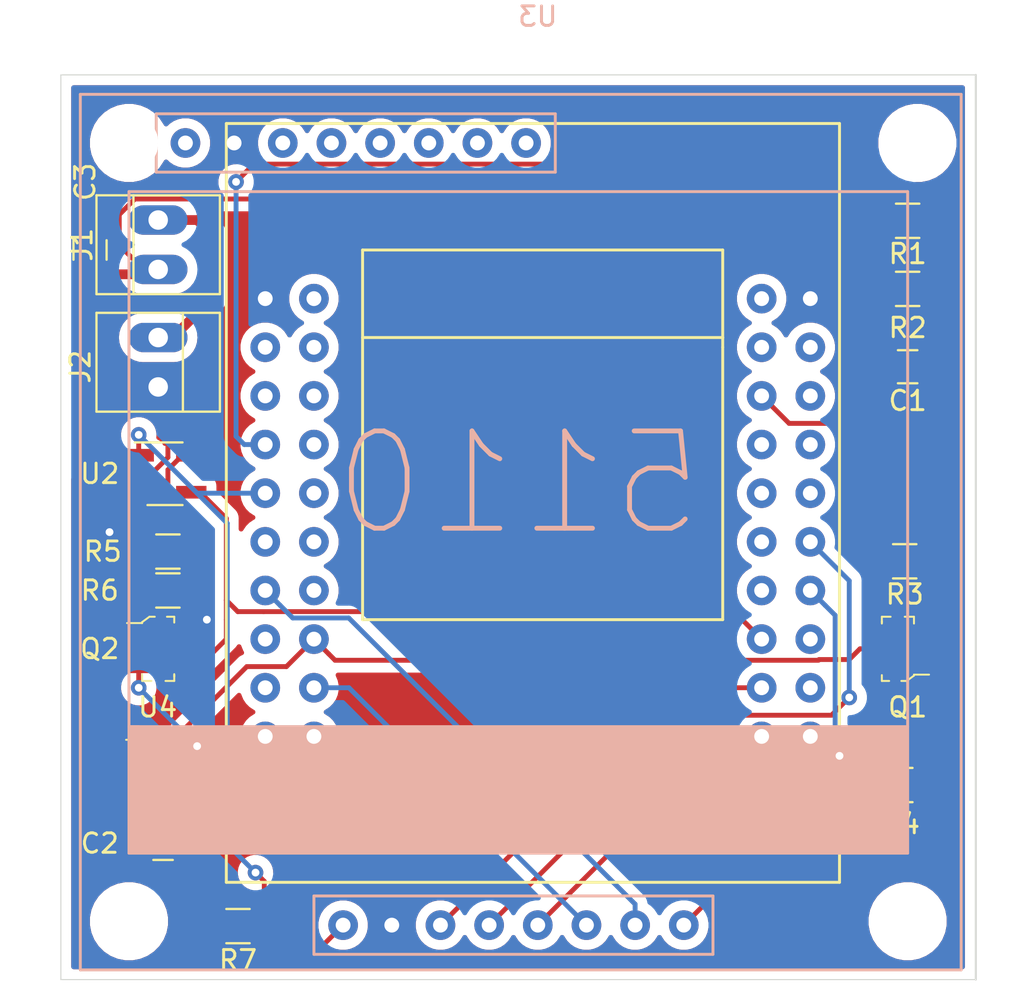
<source format=kicad_pcb>
(kicad_pcb (version 20171130) (host pcbnew "(5.1.2)-2")

  (general
    (thickness 1.6)
    (drawings 4)
    (tracks 149)
    (zones 0)
    (modules 18)
    (nets 47)
  )

  (page A4)
  (layers
    (0 F.Cu signal)
    (31 B.Cu signal)
    (32 B.Adhes user)
    (33 F.Adhes user)
    (34 B.Paste user)
    (35 F.Paste user)
    (36 B.SilkS user)
    (37 F.SilkS user)
    (38 B.Mask user)
    (39 F.Mask user)
    (40 Dwgs.User user)
    (41 Cmts.User user)
    (42 Eco1.User user)
    (43 Eco2.User user)
    (44 Edge.Cuts user)
    (45 Margin user)
    (46 B.CrtYd user)
    (47 F.CrtYd user)
    (48 B.Fab user)
    (49 F.Fab user)
  )

  (setup
    (last_trace_width 0.25)
    (user_trace_width 0.5)
    (trace_clearance 0.2)
    (zone_clearance 0.508)
    (zone_45_only no)
    (trace_min 0.2)
    (via_size 0.8)
    (via_drill 0.4)
    (via_min_size 0.4)
    (via_min_drill 0.3)
    (uvia_size 0.3)
    (uvia_drill 0.1)
    (uvias_allowed no)
    (uvia_min_size 0.2)
    (uvia_min_drill 0.1)
    (edge_width 0.05)
    (segment_width 0.2)
    (pcb_text_width 0.3)
    (pcb_text_size 1.5 1.5)
    (mod_edge_width 0.12)
    (mod_text_size 1 1)
    (mod_text_width 0.15)
    (pad_size 1.524 1.524)
    (pad_drill 0.762)
    (pad_to_mask_clearance 0.051)
    (solder_mask_min_width 0.25)
    (aux_axis_origin 0 0)
    (visible_elements 7FFFFFFF)
    (pcbplotparams
      (layerselection 0x010fc_ffffffff)
      (usegerberextensions false)
      (usegerberattributes false)
      (usegerberadvancedattributes false)
      (creategerberjobfile false)
      (excludeedgelayer true)
      (linewidth 0.100000)
      (plotframeref false)
      (viasonmask false)
      (mode 1)
      (useauxorigin false)
      (hpglpennumber 1)
      (hpglpenspeed 20)
      (hpglpendiameter 15.000000)
      (psnegative false)
      (psa4output false)
      (plotreference true)
      (plotvalue false)
      (plotinvisibletext false)
      (padsonsilk false)
      (subtractmaskfromsilk false)
      (outputformat 1)
      (mirror false)
      (drillshape 0)
      (scaleselection 1)
      (outputdirectory "gerbers"))
  )

  (net 0 "")
  (net 1 "Net-(C1-Pad1)")
  (net 2 GND)
  (net 3 "Net-(C2-Pad1)")
  (net 4 /VBAT)
  (net 5 "Net-(J1-Pad2)")
  (net 6 VCC)
  (net 7 "Net-(Q1-Pad2)")
  (net 8 "Net-(Q1-Pad1)")
  (net 9 "Net-(R3-Pad2)")
  (net 10 "Net-(R4-Pad1)")
  (net 11 "Net-(R5-Pad1)")
  (net 12 "Net-(U1-Pad1)")
  (net 13 "Net-(U1-Pad2)")
  (net 14 "Net-(U1-Pad3)")
  (net 15 "Net-(U1-Pad4)")
  (net 16 "Net-(U1-Pad5)")
  (net 17 "Net-(U1-Pad8)")
  (net 18 "Net-(U1-Pad9)")
  (net 19 "Net-(U1-Pad11)")
  (net 20 "Net-(U1-Pad12)")
  (net 21 /3v3_Backup)
  (net 22 "Net-(U1-Pad14)")
  (net 23 "Net-(U1-Pad15)")
  (net 24 "Net-(U1-Pad16)")
  (net 25 "Net-(U1-Pad17)")
  (net 26 "Net-(U1-Pad18)")
  (net 27 "Net-(U1-Pad19)")
  (net 28 "Net-(U1-Pad20)")
  (net 29 "Net-(U1-Pad21)")
  (net 30 "Net-(U1-Pad22)")
  (net 31 "Net-(U1-Pad24)")
  (net 32 "Net-(U1-Pad25)")
  (net 33 "Net-(U1-Pad26)")
  (net 34 "Net-(U1-Pad27)")
  (net 35 "Net-(U1-Pad29)")
  (net 36 "Net-(U1-Pad30)")
  (net 37 "Net-(U1-Pad31)")
  (net 38 "Net-(U1-Pad32)")
  (net 39 "Net-(U1-Pad33)")
  (net 40 "Net-(U1-Pad34)")
  (net 41 "Net-(U1-Pad35)")
  (net 42 "Net-(U1-Pad36)")
  (net 43 "Net-(U1-Pad37)")
  (net 44 "Net-(U1-Pad38)")
  (net 45 "Net-(U1-Pad39)")
  (net 46 /CHG_BATT)

  (net_class Default "This is the default net class."
    (clearance 0.2)
    (trace_width 0.25)
    (via_dia 0.8)
    (via_drill 0.4)
    (uvia_dia 0.3)
    (uvia_drill 0.1)
    (add_net /3v3_Backup)
    (add_net /CHG_BATT)
    (add_net /VBAT)
    (add_net GND)
    (add_net "Net-(C1-Pad1)")
    (add_net "Net-(C2-Pad1)")
    (add_net "Net-(J1-Pad2)")
    (add_net "Net-(Q1-Pad1)")
    (add_net "Net-(Q1-Pad2)")
    (add_net "Net-(R3-Pad2)")
    (add_net "Net-(R4-Pad1)")
    (add_net "Net-(R5-Pad1)")
    (add_net "Net-(U1-Pad1)")
    (add_net "Net-(U1-Pad11)")
    (add_net "Net-(U1-Pad12)")
    (add_net "Net-(U1-Pad14)")
    (add_net "Net-(U1-Pad15)")
    (add_net "Net-(U1-Pad16)")
    (add_net "Net-(U1-Pad17)")
    (add_net "Net-(U1-Pad18)")
    (add_net "Net-(U1-Pad19)")
    (add_net "Net-(U1-Pad2)")
    (add_net "Net-(U1-Pad20)")
    (add_net "Net-(U1-Pad21)")
    (add_net "Net-(U1-Pad22)")
    (add_net "Net-(U1-Pad24)")
    (add_net "Net-(U1-Pad25)")
    (add_net "Net-(U1-Pad26)")
    (add_net "Net-(U1-Pad27)")
    (add_net "Net-(U1-Pad29)")
    (add_net "Net-(U1-Pad3)")
    (add_net "Net-(U1-Pad30)")
    (add_net "Net-(U1-Pad31)")
    (add_net "Net-(U1-Pad32)")
    (add_net "Net-(U1-Pad33)")
    (add_net "Net-(U1-Pad34)")
    (add_net "Net-(U1-Pad35)")
    (add_net "Net-(U1-Pad36)")
    (add_net "Net-(U1-Pad37)")
    (add_net "Net-(U1-Pad38)")
    (add_net "Net-(U1-Pad39)")
    (add_net "Net-(U1-Pad4)")
    (add_net "Net-(U1-Pad5)")
    (add_net "Net-(U1-Pad8)")
    (add_net "Net-(U1-Pad9)")
    (add_net VCC)
  )

  (module dev:Nokia_5110_Breakout (layer B.Cu) (tedit 5D23EE7A) (tstamp 5D2D365E)
    (at 172.5 85.5)
    (path /5D27E527)
    (fp_text reference U3 (at 23.5 -3.5) (layer B.SilkS)
      (effects (font (size 1 1) (thickness 0.15)) (justify mirror))
    )
    (fp_text value Nokia_5110_Breakout (at 23.5 -1.5) (layer B.Fab)
      (effects (font (size 1 1) (thickness 0.15)) (justify mirror))
    )
    (fp_line (start 45.25 0.5) (end 0 0.5) (layer B.SilkS) (width 0.15))
    (fp_line (start 45.25 45.5) (end 45.25 0.5) (layer B.SilkS) (width 0.15))
    (fp_line (start 0 45.5) (end 45.25 45.5) (layer B.SilkS) (width 0.15))
    (fp_line (start 0 0.5) (end 0 45.5) (layer B.SilkS) (width 0.15))
    (fp_line (start 24.4 4.5) (end 3.9 4.5) (layer B.SilkS) (width 0.15))
    (fp_line (start 24.4 1.5) (end 24.4 4.5) (layer B.SilkS) (width 0.15))
    (fp_line (start 3.9 1.5) (end 24.4 1.5) (layer B.SilkS) (width 0.15))
    (fp_line (start 3.9 4.5) (end 3.9 1.5) (layer B.SilkS) (width 0.15))
    (fp_line (start 42.5 5.5) (end 42.5 39.5) (layer B.SilkS) (width 0.15))
    (fp_line (start 2.5 5.5) (end 42.5 5.5) (layer B.SilkS) (width 0.15))
    (fp_line (start 2.5 5.5) (end 2.5 39.5) (layer B.SilkS) (width 0.15))
    (fp_line (start 2.5 39.5) (end 42.5 39.5) (layer B.SilkS) (width 0.15))
    (fp_line (start 12 44.7) (end 12 41.7) (layer B.SilkS) (width 0.15))
    (fp_line (start 12 41.7) (end 32.5 41.7) (layer B.SilkS) (width 0.15))
    (fp_line (start 32.5 41.7) (end 32.5 44.7) (layer B.SilkS) (width 0.15))
    (fp_line (start 32.5 44.7) (end 12 44.7) (layer B.SilkS) (width 0.15))
    (fp_text user Nokia_5110_Breakout (at 21.5 42.7) (layer B.Fab)
      (effects (font (size 1 1) (thickness 0.15)) (justify mirror))
    )
    (fp_line (start 3 33) (end 2.5 33) (layer B.SilkS) (width 0.15))
    (fp_line (start 2.5 33) (end 42.5 33) (layer B.SilkS) (width 0.15))
    (fp_poly (pts (xy 2.5 39.5) (xy 2.5 33) (xy 42.5 33) (xy 42.5 39.5)) (layer B.SilkS) (width 0.1))
    (fp_text user 5110 (at 22.5 20.5) (layer B.SilkS)
      (effects (font (size 5 5) (thickness 0.25)) (justify mirror))
    )
    (pad 8 thru_hole circle (at 22.9 3) (size 1.524 1.524) (drill 0.762) (layers *.Cu *.Mask)
      (net 10 "Net-(R4-Pad1)"))
    (pad 7 thru_hole circle (at 20.4 3) (size 1.524 1.524) (drill 0.762) (layers *.Cu *.Mask)
      (net 15 "Net-(U1-Pad4)"))
    (pad 6 thru_hole circle (at 17.9 3) (size 1.524 1.524) (drill 0.762) (layers *.Cu *.Mask)
      (net 20 "Net-(U1-Pad12)"))
    (pad 5 thru_hole circle (at 15.4 3) (size 1.524 1.524) (drill 0.762) (layers *.Cu *.Mask)
      (net 40 "Net-(U1-Pad34)"))
    (pad 4 thru_hole circle (at 12.9 3) (size 1.524 1.524) (drill 0.762) (layers *.Cu *.Mask)
      (net 41 "Net-(U1-Pad35)"))
    (pad 3 thru_hole circle (at 10.4 3) (size 1.524 1.524) (drill 0.762) (layers *.Cu *.Mask)
      (net 30 "Net-(U1-Pad22)"))
    (pad 2 thru_hole circle (at 7.9 3) (size 1.524 1.524) (drill 0.762) (layers *.Cu *.Mask)
      (net 2 GND))
    (pad 1 thru_hole circle (at 5.4 3) (size 1.524 1.524) (drill 0.762) (layers *.Cu *.Mask)
      (net 21 /3v3_Backup))
    (pad 2 thru_hole circle (at 16 43.2) (size 1.524 1.524) (drill 0.762) (layers *.Cu *.Mask)
      (net 2 GND))
    (pad 5 thru_hole circle (at 23.5 43.2) (size 1.524 1.524) (drill 0.762) (layers *.Cu *.Mask)
      (net 40 "Net-(U1-Pad34)"))
    (pad 3 thru_hole circle (at 18.5 43.2) (size 1.524 1.524) (drill 0.762) (layers *.Cu *.Mask)
      (net 30 "Net-(U1-Pad22)"))
    (pad 4 thru_hole circle (at 21 43.2) (size 1.524 1.524) (drill 0.762) (layers *.Cu *.Mask)
      (net 41 "Net-(U1-Pad35)"))
    (pad 1 thru_hole circle (at 13.5 43.2) (size 1.524 1.524) (drill 0.762) (layers *.Cu *.Mask)
      (net 21 /3v3_Backup))
    (pad 6 thru_hole circle (at 26 43.2) (size 1.524 1.524) (drill 0.762) (layers *.Cu *.Mask)
      (net 20 "Net-(U1-Pad12)"))
    (pad 7 thru_hole circle (at 28.5 43.2) (size 1.524 1.524) (drill 0.762) (layers *.Cu *.Mask)
      (net 15 "Net-(U1-Pad4)"))
    (pad 8 thru_hole circle (at 31 43.2) (size 1.524 1.524) (drill 0.762) (layers *.Cu *.Mask)
      (net 10 "Net-(R4-Pad1)"))
    (pad "" np_thru_hole circle (at 2.5 3) (size 3 3) (drill 3) (layers *.Cu *.Mask))
    (pad "" np_thru_hole circle (at 43 3) (size 3 3) (drill 3) (layers *.Cu *.Mask))
    (pad "" np_thru_hole circle (at 2.5 43) (size 3 3) (drill 3) (layers *.Cu *.Mask))
    (pad "" np_thru_hole circle (at 42.5 43) (size 3 3) (drill 3) (layers *.Cu *.Mask))
  )

  (module Connectors:PINHEAD1-2 (layer F.Cu) (tedit 0) (tstamp 5D2D31D2)
    (at 176.5 98.5 270)
    (path /5D247F61)
    (fp_text reference J2 (at 1.5 4 270) (layer F.SilkS)
      (effects (font (size 1 1) (thickness 0.15)))
    )
    (fp_text value Conn_01x02 (at 1.27 3.81 90) (layer F.Fab)
      (effects (font (size 1 1) (thickness 0.15)))
    )
    (fp_line (start 4.06 3.42) (end -1.52 3.42) (layer F.CrtYd) (width 0.05))
    (fp_line (start 4.06 3.42) (end 4.06 -3.42) (layer F.CrtYd) (width 0.05))
    (fp_line (start -1.52 -3.42) (end -1.52 3.42) (layer F.CrtYd) (width 0.05))
    (fp_line (start -1.52 -3.42) (end 4.06 -3.42) (layer F.CrtYd) (width 0.05))
    (fp_line (start 3.81 -3.17) (end 3.81 3.17) (layer F.SilkS) (width 0.12))
    (fp_line (start -1.27 -3.17) (end -1.27 3.17) (layer F.SilkS) (width 0.12))
    (fp_line (start -1.27 -3.17) (end 3.81 -3.17) (layer F.SilkS) (width 0.12))
    (fp_line (start 3.81 3.17) (end -1.27 3.17) (layer F.SilkS) (width 0.12))
    (fp_line (start 3.81 -1.27) (end -1.27 -1.27) (layer F.SilkS) (width 0.12))
    (pad 2 thru_hole oval (at 2.54 0 270) (size 1.51 3.01) (drill 1) (layers *.Cu *.Mask)
      (net 2 GND))
    (pad 1 thru_hole oval (at 0 0 270) (size 1.51 3.01) (drill 1) (layers *.Cu *.Mask)
      (net 5 "Net-(J1-Pad2)"))
  )

  (module dev:ESP32-Minikit (layer F.Cu) (tedit 5D23E6CB) (tstamp 5D2D2FBB)
    (at 196 126.5)
    (path /5D23EF76)
    (fp_text reference U1 (at 0 -5.5) (layer F.SilkS)
      (effects (font (size 1 1) (thickness 0.15)))
    )
    (fp_text value ESP32-Minikit (at 0 -7.5) (layer F.Fab)
      (effects (font (size 1 1) (thickness 0.15)))
    )
    (fp_line (start -9 -28) (end -9 -13.5) (layer F.SilkS) (width 0.15))
    (fp_line (start -9 -13.5) (end 9.5 -13.5) (layer F.SilkS) (width 0.15))
    (fp_line (start 9.5 -13.5) (end 9.5 -27.5) (layer F.SilkS) (width 0.15))
    (fp_line (start 9.5 -27.5) (end 9.5 -28) (layer F.SilkS) (width 0.15))
    (fp_line (start 9.5 -28) (end -9 -28) (layer F.SilkS) (width 0.15))
    (fp_line (start -9 -28) (end -9 -32.5) (layer F.SilkS) (width 0.15))
    (fp_line (start 9.5 -28) (end 9.5 -32.5) (layer F.SilkS) (width 0.15))
    (fp_line (start -16 0) (end -16 -39) (layer F.SilkS) (width 0.15))
    (fp_line (start -16 -39) (end 15.5 -39) (layer F.SilkS) (width 0.15))
    (fp_line (start 15.5 -39) (end 15.5 0) (layer F.SilkS) (width 0.15))
    (fp_line (start 15.5 0) (end -16 0) (layer F.SilkS) (width 0.15))
    (fp_line (start 9.5 -32.5) (end -9 -32.5) (layer F.SilkS) (width 0.15))
    (pad 1 thru_hole circle (at -14 -7.5) (size 1.524 1.524) (drill 0.762) (layers *.Cu *.Mask)
      (net 12 "Net-(U1-Pad1)"))
    (pad 2 thru_hole circle (at -14 -10) (size 1.524 1.524) (drill 0.762) (layers *.Cu *.Mask)
      (net 13 "Net-(U1-Pad2)"))
    (pad 3 thru_hole circle (at -14 -12.5) (size 1.524 1.524) (drill 0.762) (layers *.Cu *.Mask)
      (net 14 "Net-(U1-Pad3)"))
    (pad 4 thru_hole circle (at -14 -15) (size 1.524 1.524) (drill 0.762) (layers *.Cu *.Mask)
      (net 15 "Net-(U1-Pad4)"))
    (pad 5 thru_hole circle (at -14 -17.5) (size 1.524 1.524) (drill 0.762) (layers *.Cu *.Mask)
      (net 16 "Net-(U1-Pad5)"))
    (pad 6 thru_hole circle (at -14 -20) (size 1.524 1.524) (drill 0.762) (layers *.Cu *.Mask)
      (net 46 /CHG_BATT))
    (pad 7 thru_hole circle (at -14 -22.5) (size 1.524 1.524) (drill 0.762) (layers *.Cu *.Mask)
      (net 1 "Net-(C1-Pad1)"))
    (pad 8 thru_hole circle (at -14 -25) (size 1.524 1.524) (drill 0.762) (layers *.Cu *.Mask)
      (net 17 "Net-(U1-Pad8)"))
    (pad 9 thru_hole circle (at -14 -27.5) (size 1.524 1.524) (drill 0.762) (layers *.Cu *.Mask)
      (net 18 "Net-(U1-Pad9)"))
    (pad 10 thru_hole circle (at -14 -30) (size 1.524 1.524) (drill 0.762) (layers *.Cu *.Mask)
      (net 2 GND))
    (pad 11 thru_hole circle (at -11.5 -7.5) (size 1.524 1.524) (drill 0.762) (layers *.Cu *.Mask)
      (net 19 "Net-(U1-Pad11)"))
    (pad 12 thru_hole circle (at -11.5 -10) (size 1.524 1.524) (drill 0.762) (layers *.Cu *.Mask)
      (net 20 "Net-(U1-Pad12)"))
    (pad 13 thru_hole circle (at -11.5 -12.5) (size 1.524 1.524) (drill 0.762) (layers *.Cu *.Mask)
      (net 21 /3v3_Backup))
    (pad 14 thru_hole circle (at -11.5 -15) (size 1.524 1.524) (drill 0.762) (layers *.Cu *.Mask)
      (net 22 "Net-(U1-Pad14)"))
    (pad 15 thru_hole circle (at -11.5 -17.5) (size 1.524 1.524) (drill 0.762) (layers *.Cu *.Mask)
      (net 23 "Net-(U1-Pad15)"))
    (pad 16 thru_hole circle (at -11.5 -20) (size 1.524 1.524) (drill 0.762) (layers *.Cu *.Mask)
      (net 24 "Net-(U1-Pad16)"))
    (pad 17 thru_hole circle (at -11.5 -22.5) (size 1.524 1.524) (drill 0.762) (layers *.Cu *.Mask)
      (net 25 "Net-(U1-Pad17)"))
    (pad 18 thru_hole circle (at -11.5 -25) (size 1.524 1.524) (drill 0.762) (layers *.Cu *.Mask)
      (net 26 "Net-(U1-Pad18)"))
    (pad 19 thru_hole circle (at -11.5 -27.5) (size 1.524 1.524) (drill 0.762) (layers *.Cu *.Mask)
      (net 27 "Net-(U1-Pad19)"))
    (pad 20 thru_hole circle (at -11.5 -30) (size 1.524 1.524) (drill 0.762) (layers *.Cu *.Mask)
      (net 28 "Net-(U1-Pad20)"))
    (pad 21 thru_hole circle (at 11.5 -7.5) (size 1.524 1.524) (drill 0.762) (layers *.Cu *.Mask)
      (net 29 "Net-(U1-Pad21)"))
    (pad 22 thru_hole circle (at 11.5 -10) (size 1.524 1.524) (drill 0.762) (layers *.Cu *.Mask)
      (net 30 "Net-(U1-Pad22)"))
    (pad 23 thru_hole circle (at 11.5 -12.5) (size 1.524 1.524) (drill 0.762) (layers *.Cu *.Mask)
      (net 6 VCC))
    (pad 24 thru_hole circle (at 11.5 -15) (size 1.524 1.524) (drill 0.762) (layers *.Cu *.Mask)
      (net 31 "Net-(U1-Pad24)"))
    (pad 25 thru_hole circle (at 11.5 -17.5) (size 1.524 1.524) (drill 0.762) (layers *.Cu *.Mask)
      (net 32 "Net-(U1-Pad25)"))
    (pad 26 thru_hole circle (at 11.5 -20) (size 1.524 1.524) (drill 0.762) (layers *.Cu *.Mask)
      (net 33 "Net-(U1-Pad26)"))
    (pad 27 thru_hole circle (at 11.5 -22.5) (size 1.524 1.524) (drill 0.762) (layers *.Cu *.Mask)
      (net 34 "Net-(U1-Pad27)"))
    (pad 28 thru_hole circle (at 11.5 -25) (size 1.524 1.524) (drill 0.762) (layers *.Cu *.Mask)
      (net 9 "Net-(R3-Pad2)"))
    (pad 29 thru_hole circle (at 11.5 -27.5) (size 1.524 1.524) (drill 0.762) (layers *.Cu *.Mask)
      (net 35 "Net-(U1-Pad29)"))
    (pad 30 thru_hole circle (at 11.5 -30) (size 1.524 1.524) (drill 0.762) (layers *.Cu *.Mask)
      (net 36 "Net-(U1-Pad30)"))
    (pad 31 thru_hole circle (at 14 -7.5) (size 1.524 1.524) (drill 0.762) (layers *.Cu *.Mask)
      (net 37 "Net-(U1-Pad31)"))
    (pad 32 thru_hole circle (at 14 -10) (size 1.524 1.524) (drill 0.762) (layers *.Cu *.Mask)
      (net 38 "Net-(U1-Pad32)"))
    (pad 33 thru_hole circle (at 14 -12.5) (size 1.524 1.524) (drill 0.762) (layers *.Cu *.Mask)
      (net 39 "Net-(U1-Pad33)"))
    (pad 34 thru_hole circle (at 14 -15) (size 1.524 1.524) (drill 0.762) (layers *.Cu *.Mask)
      (net 40 "Net-(U1-Pad34)"))
    (pad 35 thru_hole circle (at 14 -17.5) (size 1.524 1.524) (drill 0.762) (layers *.Cu *.Mask)
      (net 41 "Net-(U1-Pad35)"))
    (pad 36 thru_hole circle (at 14 -20) (size 1.524 1.524) (drill 0.762) (layers *.Cu *.Mask)
      (net 42 "Net-(U1-Pad36)"))
    (pad 37 thru_hole circle (at 14 -22.5) (size 1.524 1.524) (drill 0.762) (layers *.Cu *.Mask)
      (net 43 "Net-(U1-Pad37)"))
    (pad 38 thru_hole circle (at 14 -25) (size 1.524 1.524) (drill 0.762) (layers *.Cu *.Mask)
      (net 44 "Net-(U1-Pad38)"))
    (pad 39 thru_hole circle (at 14 -27.5) (size 1.524 1.524) (drill 0.762) (layers *.Cu *.Mask)
      (net 45 "Net-(U1-Pad39)"))
    (pad 40 thru_hole circle (at 14 -30) (size 1.524 1.524) (drill 0.762) (layers *.Cu *.Mask)
      (net 2 GND))
  )

  (module Capacitors_SMD:C_0805_HandSoldering (layer F.Cu) (tedit 58AA84A8) (tstamp 5D2D31FE)
    (at 215 100 180)
    (descr "Capacitor SMD 0805, hand soldering")
    (tags "capacitor 0805")
    (path /5D29827A)
    (attr smd)
    (fp_text reference C1 (at 0 -1.75) (layer F.SilkS)
      (effects (font (size 1 1) (thickness 0.15)))
    )
    (fp_text value 1uF (at 0 1.75) (layer F.Fab)
      (effects (font (size 1 1) (thickness 0.15)))
    )
    (fp_text user %R (at 0 -1.75) (layer F.Fab)
      (effects (font (size 1 1) (thickness 0.15)))
    )
    (fp_line (start -1 0.62) (end -1 -0.62) (layer F.Fab) (width 0.1))
    (fp_line (start 1 0.62) (end -1 0.62) (layer F.Fab) (width 0.1))
    (fp_line (start 1 -0.62) (end 1 0.62) (layer F.Fab) (width 0.1))
    (fp_line (start -1 -0.62) (end 1 -0.62) (layer F.Fab) (width 0.1))
    (fp_line (start 0.5 -0.85) (end -0.5 -0.85) (layer F.SilkS) (width 0.12))
    (fp_line (start -0.5 0.85) (end 0.5 0.85) (layer F.SilkS) (width 0.12))
    (fp_line (start -2.25 -0.88) (end 2.25 -0.88) (layer F.CrtYd) (width 0.05))
    (fp_line (start -2.25 -0.88) (end -2.25 0.87) (layer F.CrtYd) (width 0.05))
    (fp_line (start 2.25 0.87) (end 2.25 -0.88) (layer F.CrtYd) (width 0.05))
    (fp_line (start 2.25 0.87) (end -2.25 0.87) (layer F.CrtYd) (width 0.05))
    (pad 1 smd rect (at -1.25 0 180) (size 1.5 1.25) (layers F.Cu F.Paste F.Mask)
      (net 1 "Net-(C1-Pad1)"))
    (pad 2 smd rect (at 1.25 0 180) (size 1.5 1.25) (layers F.Cu F.Paste F.Mask)
      (net 2 GND))
    (model Capacitors_SMD.3dshapes/C_0805.wrl
      (at (xyz 0 0 0))
      (scale (xyz 1 1 1))
      (rotate (xyz 0 0 0))
    )
  )

  (module Capacitors_SMD:C_0805_HandSoldering (layer F.Cu) (tedit 58AA84A8) (tstamp 5D2D4836)
    (at 176.75 124.5 180)
    (descr "Capacitor SMD 0805, hand soldering")
    (tags "capacitor 0805")
    (path /5D296A04)
    (attr smd)
    (fp_text reference C2 (at 3.25 0) (layer F.SilkS)
      (effects (font (size 1 1) (thickness 0.15)))
    )
    (fp_text value 1uF (at 0 1.75) (layer F.Fab)
      (effects (font (size 1 1) (thickness 0.15)))
    )
    (fp_line (start 2.25 0.87) (end -2.25 0.87) (layer F.CrtYd) (width 0.05))
    (fp_line (start 2.25 0.87) (end 2.25 -0.88) (layer F.CrtYd) (width 0.05))
    (fp_line (start -2.25 -0.88) (end -2.25 0.87) (layer F.CrtYd) (width 0.05))
    (fp_line (start -2.25 -0.88) (end 2.25 -0.88) (layer F.CrtYd) (width 0.05))
    (fp_line (start -0.5 0.85) (end 0.5 0.85) (layer F.SilkS) (width 0.12))
    (fp_line (start 0.5 -0.85) (end -0.5 -0.85) (layer F.SilkS) (width 0.12))
    (fp_line (start -1 -0.62) (end 1 -0.62) (layer F.Fab) (width 0.1))
    (fp_line (start 1 -0.62) (end 1 0.62) (layer F.Fab) (width 0.1))
    (fp_line (start 1 0.62) (end -1 0.62) (layer F.Fab) (width 0.1))
    (fp_line (start -1 0.62) (end -1 -0.62) (layer F.Fab) (width 0.1))
    (fp_text user %R (at 3.25 0) (layer F.Fab)
      (effects (font (size 1 1) (thickness 0.15)))
    )
    (pad 2 smd rect (at 1.25 0 180) (size 1.5 1.25) (layers F.Cu F.Paste F.Mask)
      (net 2 GND))
    (pad 1 smd rect (at -1.25 0 180) (size 1.5 1.25) (layers F.Cu F.Paste F.Mask)
      (net 3 "Net-(C2-Pad1)"))
    (model Capacitors_SMD.3dshapes/C_0805.wrl
      (at (xyz 0 0 0))
      (scale (xyz 1 1 1))
      (rotate (xyz 0 0 0))
    )
  )

  (module Connectors:PINHEAD1-2 (layer F.Cu) (tedit 0) (tstamp 5D2D3178)
    (at 176.5 95 90)
    (path /5D29AF4D)
    (fp_text reference J1 (at 1.27 -3.9 90) (layer F.SilkS)
      (effects (font (size 1 1) (thickness 0.15)))
    )
    (fp_text value Conn_01x02 (at 1.27 3.81 90) (layer F.Fab)
      (effects (font (size 1 1) (thickness 0.15)))
    )
    (fp_line (start 3.81 -1.27) (end -1.27 -1.27) (layer F.SilkS) (width 0.12))
    (fp_line (start 3.81 3.17) (end -1.27 3.17) (layer F.SilkS) (width 0.12))
    (fp_line (start -1.27 -3.17) (end 3.81 -3.17) (layer F.SilkS) (width 0.12))
    (fp_line (start -1.27 -3.17) (end -1.27 3.17) (layer F.SilkS) (width 0.12))
    (fp_line (start 3.81 -3.17) (end 3.81 3.17) (layer F.SilkS) (width 0.12))
    (fp_line (start -1.52 -3.42) (end 4.06 -3.42) (layer F.CrtYd) (width 0.05))
    (fp_line (start -1.52 -3.42) (end -1.52 3.42) (layer F.CrtYd) (width 0.05))
    (fp_line (start 4.06 3.42) (end 4.06 -3.42) (layer F.CrtYd) (width 0.05))
    (fp_line (start 4.06 3.42) (end -1.52 3.42) (layer F.CrtYd) (width 0.05))
    (pad 1 thru_hole oval (at 0 0 90) (size 1.51 3.01) (drill 1) (layers *.Cu *.Mask)
      (net 4 /VBAT))
    (pad 2 thru_hole oval (at 2.54 0 90) (size 1.51 3.01) (drill 1) (layers *.Cu *.Mask)
      (net 5 "Net-(J1-Pad2)"))
  )

  (module digikey-footprints:SOT-23-3 (layer F.Cu) (tedit 59D275F3) (tstamp 5D2D3134)
    (at 214.5 114.5 180)
    (path /5D288922)
    (fp_text reference Q1 (at -0.5 -3) (layer F.SilkS)
      (effects (font (size 1 1) (thickness 0.15)))
    )
    (fp_text value BC807-40_215 (at 0.025 3.25) (layer F.Fab)
      (effects (font (size 1 1) (thickness 0.15)))
    )
    (fp_line (start -1.825 -1.95) (end 1.825 -1.95) (layer F.CrtYd) (width 0.05))
    (fp_line (start -1.825 -1.95) (end -1.825 1.95) (layer F.CrtYd) (width 0.05))
    (fp_line (start 1.825 1.95) (end -1.825 1.95) (layer F.CrtYd) (width 0.05))
    (fp_line (start 1.825 -1.95) (end 1.825 1.95) (layer F.CrtYd) (width 0.05))
    (fp_line (start -0.175 -1.65) (end -0.45 -1.65) (layer F.SilkS) (width 0.1))
    (fp_line (start -0.45 -1.65) (end -0.825 -1.375) (layer F.SilkS) (width 0.1))
    (fp_line (start -0.825 -1.375) (end -0.825 -1.325) (layer F.SilkS) (width 0.1))
    (fp_line (start -0.825 -1.325) (end -1.6 -1.325) (layer F.SilkS) (width 0.1))
    (fp_line (start -0.7 -1.325) (end -0.7 1.525) (layer F.Fab) (width 0.1))
    (fp_line (start -0.425 -1.525) (end 0.7 -1.525) (layer F.Fab) (width 0.1))
    (fp_line (start -0.425 -1.525) (end -0.7 -1.325) (layer F.Fab) (width 0.1))
    (fp_line (start -0.35 1.65) (end -0.825 1.65) (layer F.SilkS) (width 0.1))
    (fp_line (start -0.825 1.65) (end -0.825 1.3) (layer F.SilkS) (width 0.1))
    (fp_line (start 0.825 1.425) (end 0.825 1.3) (layer F.SilkS) (width 0.1))
    (fp_line (start 0.825 1.35) (end 0.825 1.65) (layer F.SilkS) (width 0.1))
    (fp_line (start 0.825 1.65) (end 0.375 1.65) (layer F.SilkS) (width 0.1))
    (fp_line (start 0.45 -1.65) (end 0.825 -1.65) (layer F.SilkS) (width 0.1))
    (fp_line (start 0.825 -1.65) (end 0.825 -1.35) (layer F.SilkS) (width 0.1))
    (fp_text user %R (at -0.125 0.15) (layer F.Fab)
      (effects (font (size 0.25 0.25) (thickness 0.05)))
    )
    (fp_line (start -0.7 1.52) (end 0.7 1.52) (layer F.Fab) (width 0.1))
    (fp_line (start 0.7 1.52) (end 0.7 -1.52) (layer F.Fab) (width 0.1))
    (pad 3 smd rect (at 1.05 0 180) (size 1.3 0.6) (layers F.Cu F.Paste F.Mask)
      (net 21 /3v3_Backup) (solder_mask_margin 0.07))
    (pad 2 smd rect (at -1.05 0.95 180) (size 1.3 0.6) (layers F.Cu F.Paste F.Mask)
      (net 7 "Net-(Q1-Pad2)") (solder_mask_margin 0.07))
    (pad 1 smd rect (at -1.05 -0.95 180) (size 1.3 0.6) (layers F.Cu F.Paste F.Mask)
      (net 8 "Net-(Q1-Pad1)") (solder_mask_margin 0.07))
  )

  (module digikey-footprints:SOT-23-3 (layer F.Cu) (tedit 59D275F3) (tstamp 5D2D3269)
    (at 176.5 114.5)
    (path /5D261943)
    (fp_text reference Q2 (at -3 0) (layer F.SilkS)
      (effects (font (size 1 1) (thickness 0.15)))
    )
    (fp_text value BC807-40_215 (at 0.025 3.25) (layer F.Fab)
      (effects (font (size 1 1) (thickness 0.15)))
    )
    (fp_line (start 0.7 1.52) (end 0.7 -1.52) (layer F.Fab) (width 0.1))
    (fp_line (start -0.7 1.52) (end 0.7 1.52) (layer F.Fab) (width 0.1))
    (fp_text user %R (at -0.125 0.15) (layer F.Fab)
      (effects (font (size 0.25 0.25) (thickness 0.05)))
    )
    (fp_line (start 0.825 -1.65) (end 0.825 -1.35) (layer F.SilkS) (width 0.1))
    (fp_line (start 0.45 -1.65) (end 0.825 -1.65) (layer F.SilkS) (width 0.1))
    (fp_line (start 0.825 1.65) (end 0.375 1.65) (layer F.SilkS) (width 0.1))
    (fp_line (start 0.825 1.35) (end 0.825 1.65) (layer F.SilkS) (width 0.1))
    (fp_line (start 0.825 1.425) (end 0.825 1.3) (layer F.SilkS) (width 0.1))
    (fp_line (start -0.825 1.65) (end -0.825 1.3) (layer F.SilkS) (width 0.1))
    (fp_line (start -0.35 1.65) (end -0.825 1.65) (layer F.SilkS) (width 0.1))
    (fp_line (start -0.425 -1.525) (end -0.7 -1.325) (layer F.Fab) (width 0.1))
    (fp_line (start -0.425 -1.525) (end 0.7 -1.525) (layer F.Fab) (width 0.1))
    (fp_line (start -0.7 -1.325) (end -0.7 1.525) (layer F.Fab) (width 0.1))
    (fp_line (start -0.825 -1.325) (end -1.6 -1.325) (layer F.SilkS) (width 0.1))
    (fp_line (start -0.825 -1.375) (end -0.825 -1.325) (layer F.SilkS) (width 0.1))
    (fp_line (start -0.45 -1.65) (end -0.825 -1.375) (layer F.SilkS) (width 0.1))
    (fp_line (start -0.175 -1.65) (end -0.45 -1.65) (layer F.SilkS) (width 0.1))
    (fp_line (start 1.825 -1.95) (end 1.825 1.95) (layer F.CrtYd) (width 0.05))
    (fp_line (start 1.825 1.95) (end -1.825 1.95) (layer F.CrtYd) (width 0.05))
    (fp_line (start -1.825 -1.95) (end -1.825 1.95) (layer F.CrtYd) (width 0.05))
    (fp_line (start -1.825 -1.95) (end 1.825 -1.95) (layer F.CrtYd) (width 0.05))
    (pad 1 smd rect (at -1.05 -0.95) (size 1.3 0.6) (layers F.Cu F.Paste F.Mask)
      (net 6 VCC) (solder_mask_margin 0.07))
    (pad 2 smd rect (at -1.05 0.95) (size 1.3 0.6) (layers F.Cu F.Paste F.Mask)
      (net 3 "Net-(C2-Pad1)") (solder_mask_margin 0.07))
    (pad 3 smd rect (at 1.05 0) (size 1.3 0.6) (layers F.Cu F.Paste F.Mask)
      (net 4 /VBAT) (solder_mask_margin 0.07))
  )

  (module Resistors_SMD:R_0805_HandSoldering (layer F.Cu) (tedit 58E0A804) (tstamp 5D2D3B37)
    (at 215 92.5 180)
    (descr "Resistor SMD 0805, hand soldering")
    (tags "resistor 0805")
    (path /5D2913A6)
    (attr smd)
    (fp_text reference R1 (at 0 -1.7) (layer F.SilkS)
      (effects (font (size 1 1) (thickness 0.15)))
    )
    (fp_text value 100k (at 0 1.75) (layer F.Fab)
      (effects (font (size 1 1) (thickness 0.15)))
    )
    (fp_line (start 2.35 0.9) (end -2.35 0.9) (layer F.CrtYd) (width 0.05))
    (fp_line (start 2.35 0.9) (end 2.35 -0.9) (layer F.CrtYd) (width 0.05))
    (fp_line (start -2.35 -0.9) (end -2.35 0.9) (layer F.CrtYd) (width 0.05))
    (fp_line (start -2.35 -0.9) (end 2.35 -0.9) (layer F.CrtYd) (width 0.05))
    (fp_line (start -0.6 -0.88) (end 0.6 -0.88) (layer F.SilkS) (width 0.12))
    (fp_line (start 0.6 0.88) (end -0.6 0.88) (layer F.SilkS) (width 0.12))
    (fp_line (start -1 -0.62) (end 1 -0.62) (layer F.Fab) (width 0.1))
    (fp_line (start 1 -0.62) (end 1 0.62) (layer F.Fab) (width 0.1))
    (fp_line (start 1 0.62) (end -1 0.62) (layer F.Fab) (width 0.1))
    (fp_line (start -1 0.62) (end -1 -0.62) (layer F.Fab) (width 0.1))
    (fp_text user %R (at 0 0) (layer F.Fab)
      (effects (font (size 0.5 0.5) (thickness 0.075)))
    )
    (pad 2 smd rect (at 1.35 0 180) (size 1.5 1.3) (layers F.Cu F.Paste F.Mask)
      (net 4 /VBAT))
    (pad 1 smd rect (at -1.35 0 180) (size 1.5 1.3) (layers F.Cu F.Paste F.Mask)
      (net 1 "Net-(C1-Pad1)"))
    (model ${KISYS3DMOD}/Resistors_SMD.3dshapes/R_0805.wrl
      (at (xyz 0 0 0))
      (scale (xyz 1 1 1))
      (rotate (xyz 0 0 0))
    )
  )

  (module Resistors_SMD:R_0805_HandSoldering (layer F.Cu) (tedit 58E0A804) (tstamp 5D2D3C73)
    (at 215 96)
    (descr "Resistor SMD 0805, hand soldering")
    (tags "resistor 0805")
    (path /5D292072)
    (attr smd)
    (fp_text reference R2 (at 0 2) (layer F.SilkS)
      (effects (font (size 1 1) (thickness 0.15)))
    )
    (fp_text value 100k (at 0 1.75) (layer F.Fab)
      (effects (font (size 1 1) (thickness 0.15)))
    )
    (fp_text user %R (at 0 0) (layer F.Fab)
      (effects (font (size 0.5 0.5) (thickness 0.075)))
    )
    (fp_line (start -1 0.62) (end -1 -0.62) (layer F.Fab) (width 0.1))
    (fp_line (start 1 0.62) (end -1 0.62) (layer F.Fab) (width 0.1))
    (fp_line (start 1 -0.62) (end 1 0.62) (layer F.Fab) (width 0.1))
    (fp_line (start -1 -0.62) (end 1 -0.62) (layer F.Fab) (width 0.1))
    (fp_line (start 0.6 0.88) (end -0.6 0.88) (layer F.SilkS) (width 0.12))
    (fp_line (start -0.6 -0.88) (end 0.6 -0.88) (layer F.SilkS) (width 0.12))
    (fp_line (start -2.35 -0.9) (end 2.35 -0.9) (layer F.CrtYd) (width 0.05))
    (fp_line (start -2.35 -0.9) (end -2.35 0.9) (layer F.CrtYd) (width 0.05))
    (fp_line (start 2.35 0.9) (end 2.35 -0.9) (layer F.CrtYd) (width 0.05))
    (fp_line (start 2.35 0.9) (end -2.35 0.9) (layer F.CrtYd) (width 0.05))
    (pad 1 smd rect (at -1.35 0) (size 1.5 1.3) (layers F.Cu F.Paste F.Mask)
      (net 2 GND))
    (pad 2 smd rect (at 1.35 0) (size 1.5 1.3) (layers F.Cu F.Paste F.Mask)
      (net 1 "Net-(C1-Pad1)"))
    (model ${KISYS3DMOD}/Resistors_SMD.3dshapes/R_0805.wrl
      (at (xyz 0 0 0))
      (scale (xyz 1 1 1))
      (rotate (xyz 0 0 0))
    )
  )

  (module Resistors_SMD:R_0805_HandSoldering (layer F.Cu) (tedit 58E0A804) (tstamp 5D2D3F90)
    (at 214.85 110 180)
    (descr "Resistor SMD 0805, hand soldering")
    (tags "resistor 0805")
    (path /5D28FB27)
    (attr smd)
    (fp_text reference R3 (at 0 -1.7) (layer F.SilkS)
      (effects (font (size 1 1) (thickness 0.15)))
    )
    (fp_text value 1k (at 0 1.75) (layer F.Fab)
      (effects (font (size 1 1) (thickness 0.15)))
    )
    (fp_text user %R (at 0 0) (layer F.Fab)
      (effects (font (size 0.5 0.5) (thickness 0.075)))
    )
    (fp_line (start -1 0.62) (end -1 -0.62) (layer F.Fab) (width 0.1))
    (fp_line (start 1 0.62) (end -1 0.62) (layer F.Fab) (width 0.1))
    (fp_line (start 1 -0.62) (end 1 0.62) (layer F.Fab) (width 0.1))
    (fp_line (start -1 -0.62) (end 1 -0.62) (layer F.Fab) (width 0.1))
    (fp_line (start 0.6 0.88) (end -0.6 0.88) (layer F.SilkS) (width 0.12))
    (fp_line (start -0.6 -0.88) (end 0.6 -0.88) (layer F.SilkS) (width 0.12))
    (fp_line (start -2.35 -0.9) (end 2.35 -0.9) (layer F.CrtYd) (width 0.05))
    (fp_line (start -2.35 -0.9) (end -2.35 0.9) (layer F.CrtYd) (width 0.05))
    (fp_line (start 2.35 0.9) (end 2.35 -0.9) (layer F.CrtYd) (width 0.05))
    (fp_line (start 2.35 0.9) (end -2.35 0.9) (layer F.CrtYd) (width 0.05))
    (pad 1 smd rect (at -1.35 0 180) (size 1.5 1.3) (layers F.Cu F.Paste F.Mask)
      (net 8 "Net-(Q1-Pad1)"))
    (pad 2 smd rect (at 1.35 0 180) (size 1.5 1.3) (layers F.Cu F.Paste F.Mask)
      (net 9 "Net-(R3-Pad2)"))
    (model ${KISYS3DMOD}/Resistors_SMD.3dshapes/R_0805.wrl
      (at (xyz 0 0 0))
      (scale (xyz 1 1 1))
      (rotate (xyz 0 0 0))
    )
  )

  (module Resistors_SMD:R_0805_HandSoldering (layer F.Cu) (tedit 58E0A804) (tstamp 5D2D3F0E)
    (at 214.65 121.5)
    (descr "Resistor SMD 0805, hand soldering")
    (tags "resistor 0805")
    (path /5D28C5B9)
    (attr smd)
    (fp_text reference R4 (at 0 2) (layer F.SilkS)
      (effects (font (size 1 1) (thickness 0.15)))
    )
    (fp_text value 330 (at 0 1.75) (layer F.Fab)
      (effects (font (size 1 1) (thickness 0.15)))
    )
    (fp_line (start 2.35 0.9) (end -2.35 0.9) (layer F.CrtYd) (width 0.05))
    (fp_line (start 2.35 0.9) (end 2.35 -0.9) (layer F.CrtYd) (width 0.05))
    (fp_line (start -2.35 -0.9) (end -2.35 0.9) (layer F.CrtYd) (width 0.05))
    (fp_line (start -2.35 -0.9) (end 2.35 -0.9) (layer F.CrtYd) (width 0.05))
    (fp_line (start -0.6 -0.88) (end 0.6 -0.88) (layer F.SilkS) (width 0.12))
    (fp_line (start 0.6 0.88) (end -0.6 0.88) (layer F.SilkS) (width 0.12))
    (fp_line (start -1 -0.62) (end 1 -0.62) (layer F.Fab) (width 0.1))
    (fp_line (start 1 -0.62) (end 1 0.62) (layer F.Fab) (width 0.1))
    (fp_line (start 1 0.62) (end -1 0.62) (layer F.Fab) (width 0.1))
    (fp_line (start -1 0.62) (end -1 -0.62) (layer F.Fab) (width 0.1))
    (fp_text user %R (at 0 0) (layer F.Fab)
      (effects (font (size 0.5 0.5) (thickness 0.075)))
    )
    (pad 2 smd rect (at 1.35 0) (size 1.5 1.3) (layers F.Cu F.Paste F.Mask)
      (net 7 "Net-(Q1-Pad2)"))
    (pad 1 smd rect (at -1.35 0) (size 1.5 1.3) (layers F.Cu F.Paste F.Mask)
      (net 10 "Net-(R4-Pad1)"))
    (model ${KISYS3DMOD}/Resistors_SMD.3dshapes/R_0805.wrl
      (at (xyz 0 0 0))
      (scale (xyz 1 1 1))
      (rotate (xyz 0 0 0))
    )
  )

  (module Resistors_SMD:R_0805_HandSoldering (layer F.Cu) (tedit 58E0A804) (tstamp 5D2D3595)
    (at 177 109.5 180)
    (descr "Resistor SMD 0805, hand soldering")
    (tags "resistor 0805")
    (path /5D25D17A)
    (attr smd)
    (fp_text reference R5 (at 3.35 0) (layer F.SilkS)
      (effects (font (size 1 1) (thickness 0.15)))
    )
    (fp_text value 2k (at 0 1.75) (layer F.Fab)
      (effects (font (size 1 1) (thickness 0.15)))
    )
    (fp_line (start 2.35 0.9) (end -2.35 0.9) (layer F.CrtYd) (width 0.05))
    (fp_line (start 2.35 0.9) (end 2.35 -0.9) (layer F.CrtYd) (width 0.05))
    (fp_line (start -2.35 -0.9) (end -2.35 0.9) (layer F.CrtYd) (width 0.05))
    (fp_line (start -2.35 -0.9) (end 2.35 -0.9) (layer F.CrtYd) (width 0.05))
    (fp_line (start -0.6 -0.88) (end 0.6 -0.88) (layer F.SilkS) (width 0.12))
    (fp_line (start 0.6 0.88) (end -0.6 0.88) (layer F.SilkS) (width 0.12))
    (fp_line (start -1 -0.62) (end 1 -0.62) (layer F.Fab) (width 0.1))
    (fp_line (start 1 -0.62) (end 1 0.62) (layer F.Fab) (width 0.1))
    (fp_line (start 1 0.62) (end -1 0.62) (layer F.Fab) (width 0.1))
    (fp_line (start -1 0.62) (end -1 -0.62) (layer F.Fab) (width 0.1))
    (fp_text user %R (at 0 0) (layer F.Fab)
      (effects (font (size 0.5 0.5) (thickness 0.075)))
    )
    (pad 2 smd rect (at 1.35 0 180) (size 1.5 1.3) (layers F.Cu F.Paste F.Mask)
      (net 2 GND))
    (pad 1 smd rect (at -1.35 0 180) (size 1.5 1.3) (layers F.Cu F.Paste F.Mask)
      (net 11 "Net-(R5-Pad1)"))
    (model ${KISYS3DMOD}/Resistors_SMD.3dshapes/R_0805.wrl
      (at (xyz 0 0 0))
      (scale (xyz 1 1 1))
      (rotate (xyz 0 0 0))
    )
  )

  (module Resistors_SMD:R_0805_HandSoldering (layer F.Cu) (tedit 58E0A804) (tstamp 5D2DC274)
    (at 177 111.5)
    (descr "Resistor SMD 0805, hand soldering")
    (tags "resistor 0805")
    (path /5D26699C)
    (attr smd)
    (fp_text reference R6 (at -3.5 0) (layer F.SilkS)
      (effects (font (size 1 1) (thickness 0.15)))
    )
    (fp_text value 1k (at 0 1.75) (layer F.Fab)
      (effects (font (size 1 1) (thickness 0.15)))
    )
    (fp_text user %R (at 0 0) (layer F.Fab)
      (effects (font (size 0.5 0.5) (thickness 0.075)))
    )
    (fp_line (start -1 0.62) (end -1 -0.62) (layer F.Fab) (width 0.1))
    (fp_line (start 1 0.62) (end -1 0.62) (layer F.Fab) (width 0.1))
    (fp_line (start 1 -0.62) (end 1 0.62) (layer F.Fab) (width 0.1))
    (fp_line (start -1 -0.62) (end 1 -0.62) (layer F.Fab) (width 0.1))
    (fp_line (start 0.6 0.88) (end -0.6 0.88) (layer F.SilkS) (width 0.12))
    (fp_line (start -0.6 -0.88) (end 0.6 -0.88) (layer F.SilkS) (width 0.12))
    (fp_line (start -2.35 -0.9) (end 2.35 -0.9) (layer F.CrtYd) (width 0.05))
    (fp_line (start -2.35 -0.9) (end -2.35 0.9) (layer F.CrtYd) (width 0.05))
    (fp_line (start 2.35 0.9) (end 2.35 -0.9) (layer F.CrtYd) (width 0.05))
    (fp_line (start 2.35 0.9) (end -2.35 0.9) (layer F.CrtYd) (width 0.05))
    (pad 1 smd rect (at -1.35 0) (size 1.5 1.3) (layers F.Cu F.Paste F.Mask)
      (net 6 VCC))
    (pad 2 smd rect (at 1.35 0) (size 1.5 1.3) (layers F.Cu F.Paste F.Mask)
      (net 2 GND))
    (model ${KISYS3DMOD}/Resistors_SMD.3dshapes/R_0805.wrl
      (at (xyz 0 0 0))
      (scale (xyz 1 1 1))
      (rotate (xyz 0 0 0))
    )
  )

  (module digikey-footprints:SOT-23-3 (layer F.Cu) (tedit 59D275F3) (tstamp 5D2D2F4E)
    (at 176.45 120.5)
    (path /5D250214)
    (fp_text reference U4 (at 0.025 -3) (layer F.SilkS)
      (effects (font (size 1 1) (thickness 0.15)))
    )
    (fp_text value MCP1700T-3302E_TT (at 0.025 3.25) (layer F.Fab)
      (effects (font (size 1 1) (thickness 0.15)))
    )
    (fp_line (start -1.825 -1.95) (end 1.825 -1.95) (layer F.CrtYd) (width 0.05))
    (fp_line (start -1.825 -1.95) (end -1.825 1.95) (layer F.CrtYd) (width 0.05))
    (fp_line (start 1.825 1.95) (end -1.825 1.95) (layer F.CrtYd) (width 0.05))
    (fp_line (start 1.825 -1.95) (end 1.825 1.95) (layer F.CrtYd) (width 0.05))
    (fp_line (start -0.175 -1.65) (end -0.45 -1.65) (layer F.SilkS) (width 0.1))
    (fp_line (start -0.45 -1.65) (end -0.825 -1.375) (layer F.SilkS) (width 0.1))
    (fp_line (start -0.825 -1.375) (end -0.825 -1.325) (layer F.SilkS) (width 0.1))
    (fp_line (start -0.825 -1.325) (end -1.6 -1.325) (layer F.SilkS) (width 0.1))
    (fp_line (start -0.7 -1.325) (end -0.7 1.525) (layer F.Fab) (width 0.1))
    (fp_line (start -0.425 -1.525) (end 0.7 -1.525) (layer F.Fab) (width 0.1))
    (fp_line (start -0.425 -1.525) (end -0.7 -1.325) (layer F.Fab) (width 0.1))
    (fp_line (start -0.35 1.65) (end -0.825 1.65) (layer F.SilkS) (width 0.1))
    (fp_line (start -0.825 1.65) (end -0.825 1.3) (layer F.SilkS) (width 0.1))
    (fp_line (start 0.825 1.425) (end 0.825 1.3) (layer F.SilkS) (width 0.1))
    (fp_line (start 0.825 1.35) (end 0.825 1.65) (layer F.SilkS) (width 0.1))
    (fp_line (start 0.825 1.65) (end 0.375 1.65) (layer F.SilkS) (width 0.1))
    (fp_line (start 0.45 -1.65) (end 0.825 -1.65) (layer F.SilkS) (width 0.1))
    (fp_line (start 0.825 -1.65) (end 0.825 -1.35) (layer F.SilkS) (width 0.1))
    (fp_text user %R (at -0.125 0.15) (layer F.Fab)
      (effects (font (size 0.25 0.25) (thickness 0.05)))
    )
    (fp_line (start -0.7 1.52) (end 0.7 1.52) (layer F.Fab) (width 0.1))
    (fp_line (start 0.7 1.52) (end 0.7 -1.52) (layer F.Fab) (width 0.1))
    (pad 3 smd rect (at 1.05 0) (size 1.3 0.6) (layers F.Cu F.Paste F.Mask)
      (net 3 "Net-(C2-Pad1)") (solder_mask_margin 0.07))
    (pad 2 smd rect (at -1.05 0.95) (size 1.3 0.6) (layers F.Cu F.Paste F.Mask)
      (net 21 /3v3_Backup) (solder_mask_margin 0.07))
    (pad 1 smd rect (at -1.05 -0.95) (size 1.3 0.6) (layers F.Cu F.Paste F.Mask)
      (net 2 GND) (solder_mask_margin 0.07))
  )

  (module TO_SOT_Packages_SMD:SOT-23-5_HandSoldering (layer F.Cu) (tedit 58CE4E7E) (tstamp 5D2D2E87)
    (at 176.85 105.5)
    (descr "5-pin SOT23 package")
    (tags "SOT-23-5 hand-soldering")
    (path /5D243F8C)
    (attr smd)
    (fp_text reference U2 (at -3.35 0) (layer F.SilkS)
      (effects (font (size 1 1) (thickness 0.15)))
    )
    (fp_text value MCP73831-2-OT (at 0 2.9) (layer F.Fab)
      (effects (font (size 1 1) (thickness 0.15)))
    )
    (fp_line (start 2.38 1.8) (end -2.38 1.8) (layer F.CrtYd) (width 0.05))
    (fp_line (start 2.38 1.8) (end 2.38 -1.8) (layer F.CrtYd) (width 0.05))
    (fp_line (start -2.38 -1.8) (end -2.38 1.8) (layer F.CrtYd) (width 0.05))
    (fp_line (start -2.38 -1.8) (end 2.38 -1.8) (layer F.CrtYd) (width 0.05))
    (fp_line (start 0.9 -1.55) (end 0.9 1.55) (layer F.Fab) (width 0.1))
    (fp_line (start 0.9 1.55) (end -0.9 1.55) (layer F.Fab) (width 0.1))
    (fp_line (start -0.9 -0.9) (end -0.9 1.55) (layer F.Fab) (width 0.1))
    (fp_line (start 0.9 -1.55) (end -0.25 -1.55) (layer F.Fab) (width 0.1))
    (fp_line (start -0.9 -0.9) (end -0.25 -1.55) (layer F.Fab) (width 0.1))
    (fp_line (start 0.9 -1.61) (end -1.55 -1.61) (layer F.SilkS) (width 0.12))
    (fp_line (start -0.9 1.61) (end 0.9 1.61) (layer F.SilkS) (width 0.12))
    (fp_text user %R (at 0 0 90) (layer F.Fab)
      (effects (font (size 0.5 0.5) (thickness 0.075)))
    )
    (pad 5 smd rect (at 1.35 -0.95) (size 1.56 0.65) (layers F.Cu F.Paste F.Mask)
      (net 11 "Net-(R5-Pad1)"))
    (pad 4 smd rect (at 1.35 0.95) (size 1.56 0.65) (layers F.Cu F.Paste F.Mask)
      (net 6 VCC))
    (pad 3 smd rect (at -1.35 0.95) (size 1.56 0.65) (layers F.Cu F.Paste F.Mask)
      (net 4 /VBAT))
    (pad 2 smd rect (at -1.35 0) (size 1.56 0.65) (layers F.Cu F.Paste F.Mask)
      (net 2 GND))
    (pad 1 smd rect (at -1.35 -0.95) (size 1.56 0.65) (layers F.Cu F.Paste F.Mask)
      (net 46 /CHG_BATT))
    (model ${KISYS3DMOD}/TO_SOT_Packages_SMD.3dshapes\SOT-23-5.wrl
      (at (xyz 0 0 0))
      (scale (xyz 1 1 1))
      (rotate (xyz 0 0 0))
    )
  )

  (module Capacitors_SMD:C_0805_HandSoldering (layer F.Cu) (tedit 58AA84A8) (tstamp 5D312A47)
    (at 173 94 90)
    (descr "Capacitor SMD 0805, hand soldering")
    (tags "capacitor 0805")
    (path /5D315F2E)
    (attr smd)
    (fp_text reference C3 (at 3.5 -0.25 90) (layer F.SilkS)
      (effects (font (size 1 1) (thickness 0.15)))
    )
    (fp_text value 4.7uF (at 0 1.75 90) (layer F.Fab)
      (effects (font (size 1 1) (thickness 0.15)))
    )
    (fp_line (start 2.25 0.87) (end -2.25 0.87) (layer F.CrtYd) (width 0.05))
    (fp_line (start 2.25 0.87) (end 2.25 -0.88) (layer F.CrtYd) (width 0.05))
    (fp_line (start -2.25 -0.88) (end -2.25 0.87) (layer F.CrtYd) (width 0.05))
    (fp_line (start -2.25 -0.88) (end 2.25 -0.88) (layer F.CrtYd) (width 0.05))
    (fp_line (start -0.5 0.85) (end 0.5 0.85) (layer F.SilkS) (width 0.12))
    (fp_line (start 0.5 -0.85) (end -0.5 -0.85) (layer F.SilkS) (width 0.12))
    (fp_line (start -1 -0.62) (end 1 -0.62) (layer F.Fab) (width 0.1))
    (fp_line (start 1 -0.62) (end 1 0.62) (layer F.Fab) (width 0.1))
    (fp_line (start 1 0.62) (end -1 0.62) (layer F.Fab) (width 0.1))
    (fp_line (start -1 0.62) (end -1 -0.62) (layer F.Fab) (width 0.1))
    (fp_text user %R (at 0 -1.75 90) (layer F.Fab)
      (effects (font (size 1 1) (thickness 0.15)))
    )
    (pad 2 smd rect (at 1.25 0 90) (size 1.5 1.25) (layers F.Cu F.Paste F.Mask)
      (net 2 GND))
    (pad 1 smd rect (at -1.25 0 90) (size 1.5 1.25) (layers F.Cu F.Paste F.Mask)
      (net 4 /VBAT))
    (model Capacitors_SMD.3dshapes/C_0805.wrl
      (at (xyz 0 0 0))
      (scale (xyz 1 1 1))
      (rotate (xyz 0 0 0))
    )
  )

  (module Resistors_SMD:R_0805_HandSoldering (layer F.Cu) (tedit 58E0A804) (tstamp 5D312BA2)
    (at 180.6 128.75)
    (descr "Resistor SMD 0805, hand soldering")
    (tags "resistor 0805")
    (path /5D313F0F)
    (attr smd)
    (fp_text reference R7 (at 0 1.75) (layer F.SilkS)
      (effects (font (size 1 1) (thickness 0.15)))
    )
    (fp_text value 100k (at 0 1.75) (layer F.Fab)
      (effects (font (size 1 1) (thickness 0.15)))
    )
    (fp_line (start 2.35 0.9) (end -2.35 0.9) (layer F.CrtYd) (width 0.05))
    (fp_line (start 2.35 0.9) (end 2.35 -0.9) (layer F.CrtYd) (width 0.05))
    (fp_line (start -2.35 -0.9) (end -2.35 0.9) (layer F.CrtYd) (width 0.05))
    (fp_line (start -2.35 -0.9) (end 2.35 -0.9) (layer F.CrtYd) (width 0.05))
    (fp_line (start -0.6 -0.88) (end 0.6 -0.88) (layer F.SilkS) (width 0.12))
    (fp_line (start 0.6 0.88) (end -0.6 0.88) (layer F.SilkS) (width 0.12))
    (fp_line (start -1 -0.62) (end 1 -0.62) (layer F.Fab) (width 0.1))
    (fp_line (start 1 -0.62) (end 1 0.62) (layer F.Fab) (width 0.1))
    (fp_line (start 1 0.62) (end -1 0.62) (layer F.Fab) (width 0.1))
    (fp_line (start -1 0.62) (end -1 -0.62) (layer F.Fab) (width 0.1))
    (fp_text user %R (at 0 0) (layer F.Fab)
      (effects (font (size 0.5 0.5) (thickness 0.075)))
    )
    (pad 2 smd rect (at 1.35 0) (size 1.5 1.3) (layers F.Cu F.Paste F.Mask)
      (net 46 /CHG_BATT))
    (pad 1 smd rect (at -1.35 0) (size 1.5 1.3) (layers F.Cu F.Paste F.Mask)
      (net 21 /3v3_Backup))
    (model ${KISYS3DMOD}/Resistors_SMD.3dshapes/R_0805.wrl
      (at (xyz 0 0 0))
      (scale (xyz 1 1 1))
      (rotate (xyz 0 0 0))
    )
  )

  (gr_line (start 171.5 85) (end 218.5 85) (layer Edge.Cuts) (width 0.05) (tstamp 5D2D40E4))
  (gr_line (start 171.5 131.5) (end 218.5 131.5) (layer Edge.Cuts) (width 0.05) (tstamp 5D2D40D3))
  (gr_line (start 171.5 131.5) (end 171.5 85) (layer Edge.Cuts) (width 0.05) (tstamp 5D2D40C0))
  (gr_line (start 218.5 131.5) (end 218.5 85) (layer Edge.Cuts) (width 0.1))

  (segment (start 216.35 92.5) (end 216.35 96) (width 0.25) (layer F.Cu) (net 1))
  (segment (start 216.35 99.9) (end 216.25 100) (width 0.25) (layer F.Cu) (net 1))
  (segment (start 216.35 96) (end 216.35 99.9) (width 0.25) (layer F.Cu) (net 1))
  (segment (start 180.92237 104) (end 180.5 103.57763) (width 0.25) (layer B.Cu) (net 1))
  (segment (start 182 104) (end 180.92237 104) (width 0.25) (layer B.Cu) (net 1))
  (segment (start 180.5 103.57763) (end 180.5 90.5) (width 0.25) (layer B.Cu) (net 1))
  (via (at 180.5 90.5) (size 0.8) (drill 0.4) (layers F.Cu B.Cu) (net 1))
  (segment (start 213.337001 89.587001) (end 216.25 92.5) (width 0.25) (layer F.Cu) (net 1))
  (segment (start 180.5 90.5) (end 181.412999 89.587001) (width 0.25) (layer F.Cu) (net 1))
  (segment (start 181.412999 89.587001) (end 213.337001 89.587001) (width 0.25) (layer F.Cu) (net 1))
  (segment (start 176.15859 105.5) (end 177 104.65859) (width 0.25) (layer F.Cu) (net 2))
  (segment (start 175.5 105.5) (end 176.15859 105.5) (width 0.25) (layer F.Cu) (net 2))
  (segment (start 176.5 102.045) (end 176.5 101.04) (width 0.25) (layer F.Cu) (net 2))
  (segment (start 177 102.545) (end 176.5 102.045) (width 0.25) (layer F.Cu) (net 2))
  (segment (start 177 104.65859) (end 177 102.545) (width 0.25) (layer F.Cu) (net 2))
  (via (at 174 108.5) (size 0.8) (drill 0.4) (layers F.Cu B.Cu) (net 2))
  (segment (start 175.65 109.5) (end 175 109.5) (width 0.5) (layer F.Cu) (net 2))
  (segment (start 175 109.5) (end 174 108.5) (width 0.5) (layer F.Cu) (net 2))
  (via (at 179 113) (size 0.8) (drill 0.4) (layers F.Cu B.Cu) (net 2))
  (segment (start 174 108.5) (end 178.5 113) (width 0.5) (layer B.Cu) (net 2))
  (segment (start 178.5 113) (end 179 113) (width 0.5) (layer B.Cu) (net 2))
  (segment (start 179 112.15) (end 178.35 111.5) (width 0.5) (layer F.Cu) (net 2))
  (segment (start 179 113) (end 179 112.15) (width 0.5) (layer F.Cu) (net 2))
  (segment (start 177.5 124.25) (end 177.75 124.5) (width 0.25) (layer F.Cu) (net 3))
  (segment (start 177.5 120.5) (end 177.5 124.25) (width 0.25) (layer F.Cu) (net 3))
  (via (at 178.5 119.5) (size 0.8) (drill 0.4) (layers F.Cu B.Cu) (net 3))
  (segment (start 177.5 120.5) (end 178.5 119.5) (width 0.25) (layer F.Cu) (net 3))
  (via (at 175.5 116.5) (size 0.8) (drill 0.4) (layers F.Cu B.Cu) (net 3))
  (segment (start 178.5 119.5) (end 175.5 116.5) (width 0.25) (layer B.Cu) (net 3))
  (segment (start 175.5 115.5) (end 175.45 115.45) (width 0.25) (layer F.Cu) (net 3))
  (segment (start 175.5 116.5) (end 175.5 115.5) (width 0.25) (layer F.Cu) (net 3))
  (segment (start 175.5 107.025) (end 177 108.525) (width 0.25) (layer F.Cu) (net 4))
  (segment (start 177 108.525) (end 177 113) (width 0.25) (layer F.Cu) (net 4))
  (segment (start 177.55 113.55) (end 177.55 114.5) (width 0.25) (layer F.Cu) (net 4))
  (segment (start 177 113) (end 177.55 113.55) (width 0.25) (layer F.Cu) (net 4))
  (segment (start 175.5 106.45) (end 175.5 107) (width 0.25) (layer F.Cu) (net 4))
  (segment (start 175.5 107) (end 175.5 107.025) (width 0.25) (layer F.Cu) (net 4))
  (segment (start 175.5 106.45) (end 175.5 107.025) (width 0.5) (layer F.Cu) (net 4))
  (segment (start 173 105.5) (end 173 95.25) (width 0.5) (layer F.Cu) (net 4))
  (segment (start 175.5 107) (end 174.5 107) (width 0.5) (layer F.Cu) (net 4))
  (segment (start 174.5 107) (end 173 105.5) (width 0.5) (layer F.Cu) (net 4))
  (segment (start 176.25 95.25) (end 176.5 95) (width 0.5) (layer F.Cu) (net 4))
  (segment (start 173 95.25) (end 176.25 95.25) (width 0.5) (layer F.Cu) (net 4))
  (segment (start 175.75 95) (end 174.5 93.75) (width 0.25) (layer F.Cu) (net 4))
  (segment (start 176.5 95) (end 175.75 95) (width 0.25) (layer F.Cu) (net 4))
  (segment (start 212.65 92.5) (end 213.65 92.5) (width 0.25) (layer F.Cu) (net 4))
  (segment (start 211.52999 91.37999) (end 212.65 92.5) (width 0.25) (layer F.Cu) (net 4))
  (segment (start 175.302646 91.37999) (end 211.52999 91.37999) (width 0.25) (layer F.Cu) (net 4))
  (segment (start 174.5 92.182636) (end 175.302646 91.37999) (width 0.25) (layer F.Cu) (net 4))
  (segment (start 174.5 93.75) (end 174.5 92.182636) (width 0.25) (layer F.Cu) (net 4))
  (segment (start 178.505 92.46) (end 179.25 93.205) (width 0.5) (layer F.Cu) (net 5))
  (segment (start 176.5 92.46) (end 178.505 92.46) (width 0.5) (layer F.Cu) (net 5))
  (segment (start 177.25 98.5) (end 176.5 98.5) (width 0.5) (layer F.Cu) (net 5))
  (segment (start 179.25 96.5) (end 177.25 98.5) (width 0.5) (layer F.Cu) (net 5))
  (segment (start 179.25 93.205) (end 179.25 96.5) (width 0.5) (layer F.Cu) (net 5))
  (segment (start 175.45 111.7) (end 175.65 111.5) (width 0.5) (layer F.Cu) (net 6))
  (segment (start 175.45 113.55) (end 175.45 111.7) (width 0.5) (layer F.Cu) (net 6))
  (segment (start 178.655 106.45) (end 178.2 106.45) (width 0.25) (layer F.Cu) (net 6))
  (segment (start 180 107.795) (end 178.655 106.45) (width 0.25) (layer F.Cu) (net 6))
  (segment (start 178.425001 115.574999) (end 180 114) (width 0.25) (layer F.Cu) (net 6))
  (segment (start 176.574999 115.074999) (end 177.074999 115.574999) (width 0.25) (layer F.Cu) (net 6))
  (segment (start 176.574999 114.324999) (end 176.574999 115.074999) (width 0.25) (layer F.Cu) (net 6))
  (segment (start 175.8 113.55) (end 176.574999 114.324999) (width 0.25) (layer F.Cu) (net 6))
  (segment (start 175.45 113.55) (end 175.8 113.55) (width 0.25) (layer F.Cu) (net 6))
  (segment (start 177.074999 115.574999) (end 178.425001 115.574999) (width 0.25) (layer F.Cu) (net 6))
  (segment (start 206.738001 113.238001) (end 207.5 114) (width 0.25) (layer F.Cu) (net 6))
  (segment (start 181.912999 112.587001) (end 206.087001 112.587001) (width 0.25) (layer F.Cu) (net 6))
  (segment (start 206.087001 112.587001) (end 206.738001 113.238001) (width 0.25) (layer F.Cu) (net 6))
  (segment (start 180 114) (end 180 113) (width 0.25) (layer F.Cu) (net 6))
  (segment (start 180.587001 112.587001) (end 180 112) (width 0.25) (layer F.Cu) (net 6))
  (segment (start 181.912999 112.587001) (end 180.587001 112.587001) (width 0.25) (layer F.Cu) (net 6))
  (segment (start 180 113) (end 180 112) (width 0.25) (layer F.Cu) (net 6))
  (segment (start 180 112) (end 180 107.795) (width 0.25) (layer F.Cu) (net 6))
  (segment (start 216.45 113.55) (end 217 114.1) (width 0.25) (layer F.Cu) (net 7))
  (segment (start 215.55 113.55) (end 216.45 113.55) (width 0.25) (layer F.Cu) (net 7))
  (segment (start 216 120.6) (end 216 121.5) (width 0.25) (layer F.Cu) (net 7))
  (segment (start 217 119.6) (end 216 120.6) (width 0.25) (layer F.Cu) (net 7))
  (segment (start 217 114.1) (end 217 119.6) (width 0.25) (layer F.Cu) (net 7))
  (segment (start 215.2 115.45) (end 215.55 115.45) (width 0.25) (layer F.Cu) (net 8))
  (segment (start 214.5 114.75) (end 215.2 115.45) (width 0.25) (layer F.Cu) (net 8))
  (segment (start 214.5 111.6) (end 214.5 114.75) (width 0.25) (layer F.Cu) (net 8))
  (segment (start 216.1 110) (end 214.5 111.6) (width 0.25) (layer F.Cu) (net 8))
  (segment (start 216.2 110) (end 216.1 110) (width 0.25) (layer F.Cu) (net 8))
  (segment (start 213.5 104.5) (end 213.5 110) (width 0.25) (layer F.Cu) (net 9))
  (segment (start 211.912999 102.912999) (end 213.5 104.5) (width 0.25) (layer F.Cu) (net 9))
  (segment (start 208.912999 102.912999) (end 211.912999 102.912999) (width 0.25) (layer F.Cu) (net 9))
  (segment (start 207.5 101.5) (end 208.912999 102.912999) (width 0.25) (layer F.Cu) (net 9))
  (segment (start 210.7 121.5) (end 203.5 128.7) (width 0.25) (layer F.Cu) (net 10))
  (segment (start 213.3 121.5) (end 210.7 121.5) (width 0.25) (layer F.Cu) (net 10))
  (segment (start 177.745 104.55) (end 178.2 104.55) (width 0.25) (layer F.Cu) (net 11))
  (segment (start 177 105.295) (end 177.745 104.55) (width 0.25) (layer F.Cu) (net 11))
  (segment (start 177 107.25) (end 177 105.295) (width 0.25) (layer F.Cu) (net 11))
  (segment (start 178.35 108.6) (end 177 107.25) (width 0.25) (layer F.Cu) (net 11))
  (segment (start 178.35 109.5) (end 178.35 108.6) (width 0.25) (layer F.Cu) (net 11))
  (segment (start 182.761999 112.261999) (end 182 111.5) (width 0.25) (layer B.Cu) (net 15))
  (segment (start 183.412999 112.912999) (end 182.761999 112.261999) (width 0.25) (layer B.Cu) (net 15))
  (segment (start 186.290629 112.912999) (end 183.412999 112.912999) (width 0.25) (layer B.Cu) (net 15))
  (segment (start 201 127.62237) (end 186.290629 112.912999) (width 0.25) (layer B.Cu) (net 15))
  (segment (start 201 128.7) (end 201 127.62237) (width 0.25) (layer B.Cu) (net 15))
  (segment (start 186.3 116.5) (end 198.5 128.7) (width 0.25) (layer B.Cu) (net 20))
  (segment (start 184.5 116.5) (end 186.3 116.5) (width 0.25) (layer B.Cu) (net 20))
  (segment (start 176.674999 123.274999) (end 176.674999 126.174999) (width 0.25) (layer F.Cu) (net 21))
  (segment (start 175.4 121.45) (end 175.4 122) (width 0.25) (layer F.Cu) (net 21))
  (segment (start 175.4 122) (end 176.674999 123.274999) (width 0.25) (layer F.Cu) (net 21))
  (segment (start 175.75 121.45) (end 175.4 121.45) (width 0.25) (layer F.Cu) (net 21))
  (segment (start 176.524999 120.675001) (end 175.75 121.45) (width 0.25) (layer F.Cu) (net 21))
  (segment (start 176.524999 119.939999) (end 176.524999 120.675001) (width 0.25) (layer F.Cu) (net 21))
  (segment (start 181.051999 115.412999) (end 176.524999 119.939999) (width 0.25) (layer F.Cu) (net 21))
  (segment (start 183.087001 115.412999) (end 181.051999 115.412999) (width 0.25) (layer F.Cu) (net 21))
  (segment (start 184.5 114) (end 183.087001 115.412999) (width 0.25) (layer F.Cu) (net 21))
  (segment (start 212.55 114.5) (end 212 115.05) (width 0.25) (layer F.Cu) (net 21))
  (segment (start 213.45 114.5) (end 212.55 114.5) (width 0.25) (layer F.Cu) (net 21))
  (segment (start 185.261999 114.761999) (end 184.5 114) (width 0.25) (layer F.Cu) (net 21))
  (segment (start 185.587001 115.087001) (end 185.261999 114.761999) (width 0.25) (layer F.Cu) (net 21))
  (segment (start 210.412999 115.087001) (end 185.587001 115.087001) (width 0.25) (layer F.Cu) (net 21))
  (segment (start 210.45 115.05) (end 210.412999 115.087001) (width 0.25) (layer F.Cu) (net 21))
  (segment (start 212 115.05) (end 210.45 115.05) (width 0.25) (layer F.Cu) (net 21))
  (segment (start 176.674999 126.174999) (end 179.25 128.75) (width 0.25) (layer F.Cu) (net 21))
  (segment (start 179.25 129.65) (end 179.85 130.25) (width 0.25) (layer F.Cu) (net 21))
  (segment (start 179.25 128.75) (end 179.25 129.65) (width 0.25) (layer F.Cu) (net 21))
  (segment (start 184.45 130.25) (end 186 128.7) (width 0.25) (layer F.Cu) (net 21))
  (segment (start 179.85 130.25) (end 184.45 130.25) (width 0.25) (layer F.Cu) (net 21))
  (segment (start 203.2 116.5) (end 191 128.7) (width 0.25) (layer F.Cu) (net 30))
  (segment (start 207.5 116.5) (end 203.2 116.5) (width 0.25) (layer F.Cu) (net 30))
  (segment (start 211.5 118.891238) (end 211.274999 118.666237) (width 0.25) (layer B.Cu) (net 40))
  (segment (start 211.274999 112.774999) (end 210.761999 112.261999) (width 0.25) (layer B.Cu) (net 40))
  (segment (start 211.5 120) (end 211.5 118.891238) (width 0.25) (layer B.Cu) (net 40))
  (segment (start 203.65001 121.04999) (end 210.45001 121.04999) (width 0.25) (layer F.Cu) (net 40))
  (segment (start 210.45001 121.04999) (end 211.5 120) (width 0.25) (layer F.Cu) (net 40))
  (segment (start 210.761999 112.261999) (end 210 111.5) (width 0.25) (layer B.Cu) (net 40))
  (segment (start 196 128.7) (end 203.65001 121.04999) (width 0.25) (layer F.Cu) (net 40))
  (segment (start 211.274999 118.666237) (end 211.274999 112.774999) (width 0.25) (layer B.Cu) (net 40))
  (via (at 211.5 120) (size 0.8) (drill 0.4) (layers F.Cu B.Cu) (net 40))
  (via (at 212 117) (size 0.8) (drill 0.4) (layers F.Cu B.Cu) (net 41))
  (segment (start 211.087001 117.912999) (end 212 117) (width 0.25) (layer F.Cu) (net 41))
  (segment (start 193.5 128.7) (end 204.287001 117.912999) (width 0.25) (layer F.Cu) (net 41))
  (segment (start 204.287001 117.912999) (end 211.087001 117.912999) (width 0.25) (layer F.Cu) (net 41))
  (segment (start 212 117) (end 212 111) (width 0.25) (layer B.Cu) (net 41))
  (segment (start 212 111) (end 210 109) (width 0.25) (layer B.Cu) (net 41))
  (via (at 175.5 103.5) (size 0.8) (drill 0.4) (layers F.Cu B.Cu) (net 46))
  (segment (start 182 106.5) (end 178.5 106.5) (width 0.25) (layer B.Cu) (net 46))
  (segment (start 178.5 106.5) (end 175.5 103.5) (width 0.25) (layer B.Cu) (net 46))
  (segment (start 175.5 103.5) (end 175.5 104.55) (width 0.25) (layer F.Cu) (net 46))
  (via (at 181.5 126) (size 0.8) (drill 0.4) (layers F.Cu B.Cu) (net 46))
  (segment (start 181.95 128.75) (end 181.95 126.45) (width 0.25) (layer F.Cu) (net 46))
  (segment (start 181.95 126.45) (end 181.5 126) (width 0.25) (layer F.Cu) (net 46))
  (segment (start 180.049991 108.049991) (end 178.5 106.5) (width 0.25) (layer B.Cu) (net 46))
  (segment (start 180.049991 124.549991) (end 180.049991 108.049991) (width 0.25) (layer B.Cu) (net 46))
  (segment (start 181.5 126) (end 180.049991 124.549991) (width 0.25) (layer B.Cu) (net 46))

  (zone (net 2) (net_name GND) (layer F.Cu) (tstamp 5D312C28) (hatch edge 0.508)
    (connect_pads yes (clearance 0.508))
    (min_thickness 0.254)
    (fill yes (arc_segments 32) (thermal_gap 0.508) (thermal_bridge_width 0.508))
    (polygon
      (pts
        (xy 169 83) (xy 221 83) (xy 221 132.5) (xy 169 132.5)
      )
    )
    (filled_polygon
      (pts
        (xy 172.178411 105.840312) (xy 172.260589 105.994058) (xy 172.371183 106.128817) (xy 172.404956 106.156534) (xy 173.84347 107.595049)
        (xy 173.871183 107.628817) (xy 173.904951 107.65653) (xy 173.904953 107.656532) (xy 173.926573 107.674275) (xy 174.005941 107.739411)
        (xy 174.159687 107.821589) (xy 174.32651 107.872195) (xy 174.456523 107.885) (xy 174.456533 107.885) (xy 174.499999 107.889281)
        (xy 174.543465 107.885) (xy 175.285199 107.885) (xy 176.24 108.839802) (xy 176.24 110.211928) (xy 174.9 110.211928)
        (xy 174.775518 110.224188) (xy 174.65582 110.260498) (xy 174.545506 110.319463) (xy 174.448815 110.398815) (xy 174.369463 110.495506)
        (xy 174.310498 110.60582) (xy 174.274188 110.725518) (xy 174.261928 110.85) (xy 174.261928 112.15) (xy 174.274188 112.274482)
        (xy 174.310498 112.39418) (xy 174.369463 112.504494) (xy 174.448815 112.601185) (xy 174.534787 112.67174) (xy 174.445506 112.719463)
        (xy 174.348815 112.798815) (xy 174.269463 112.895506) (xy 174.210498 113.00582) (xy 174.174188 113.125518) (xy 174.161928 113.25)
        (xy 174.161928 113.85) (xy 174.174188 113.974482) (xy 174.210498 114.09418) (xy 174.269463 114.204494) (xy 174.348815 114.301185)
        (xy 174.445506 114.380537) (xy 174.55582 114.439502) (xy 174.675518 114.475812) (xy 174.8 114.488072) (xy 175.66327 114.488072)
        (xy 175.687126 114.511928) (xy 174.8 114.511928) (xy 174.675518 114.524188) (xy 174.55582 114.560498) (xy 174.445506 114.619463)
        (xy 174.348815 114.698815) (xy 174.269463 114.795506) (xy 174.210498 114.90582) (xy 174.174188 115.025518) (xy 174.161928 115.15)
        (xy 174.161928 115.75) (xy 174.174188 115.874482) (xy 174.210498 115.99418) (xy 174.269463 116.104494) (xy 174.348815 116.201185)
        (xy 174.445506 116.280537) (xy 174.484257 116.30125) (xy 174.465 116.398061) (xy 174.465 116.601939) (xy 174.504774 116.801898)
        (xy 174.582795 116.990256) (xy 174.696063 117.159774) (xy 174.840226 117.303937) (xy 175.009744 117.417205) (xy 175.198102 117.495226)
        (xy 175.398061 117.535) (xy 175.601939 117.535) (xy 175.801898 117.495226) (xy 175.990256 117.417205) (xy 176.159774 117.303937)
        (xy 176.303937 117.159774) (xy 176.417205 116.990256) (xy 176.495226 116.801898) (xy 176.535 116.601939) (xy 176.535 116.398061)
        (xy 176.503606 116.240232) (xy 176.551185 116.201185) (xy 176.586935 116.157623) (xy 176.650723 116.209973) (xy 176.782752 116.280545)
        (xy 176.926013 116.324002) (xy 177.037666 116.334999) (xy 177.037674 116.334999) (xy 177.074999 116.338675) (xy 177.112324 116.334999)
        (xy 178.387679 116.334999) (xy 178.425001 116.338675) (xy 178.462323 116.334999) (xy 178.462334 116.334999) (xy 178.573987 116.324002)
        (xy 178.717248 116.280545) (xy 178.849277 116.209973) (xy 178.965002 116.115) (xy 178.988805 116.085996) (xy 180.511004 114.563798)
        (xy 180.540001 114.540001) (xy 180.582618 114.488072) (xy 180.634974 114.424277) (xy 180.653231 114.390121) (xy 180.656686 114.40749)
        (xy 180.761995 114.661727) (xy 180.787021 114.699181) (xy 180.759752 114.707453) (xy 180.627723 114.778025) (xy 180.511998 114.872998)
        (xy 180.4882 114.901996) (xy 176.014002 119.376195) (xy 175.984998 119.399998) (xy 175.943131 119.451014) (xy 175.890025 119.515723)
        (xy 175.825023 119.637333) (xy 175.819453 119.647753) (xy 175.775996 119.791014) (xy 175.764999 119.902667) (xy 175.764999 119.902677)
        (xy 175.761323 119.939999) (xy 175.764999 119.977321) (xy 175.764999 120.360199) (xy 175.61327 120.511928) (xy 174.75 120.511928)
        (xy 174.625518 120.524188) (xy 174.50582 120.560498) (xy 174.395506 120.619463) (xy 174.298815 120.698815) (xy 174.219463 120.795506)
        (xy 174.160498 120.90582) (xy 174.124188 121.025518) (xy 174.111928 121.15) (xy 174.111928 121.75) (xy 174.124188 121.874482)
        (xy 174.160498 121.99418) (xy 174.219463 122.104494) (xy 174.298815 122.201185) (xy 174.395506 122.280537) (xy 174.50582 122.339502)
        (xy 174.625518 122.375812) (xy 174.745434 122.387622) (xy 174.765026 122.424276) (xy 174.83086 122.504494) (xy 174.86 122.540001)
        (xy 174.888998 122.563799) (xy 175.914999 123.589801) (xy 175.915 126.137667) (xy 175.911323 126.174999) (xy 175.915 126.212332)
        (xy 175.923735 126.301013) (xy 175.925997 126.323984) (xy 175.969453 126.467245) (xy 176.040025 126.599275) (xy 176.089676 126.659774)
        (xy 176.090734 126.661062) (xy 176.011302 126.607988) (xy 175.622756 126.447047) (xy 175.210279 126.365) (xy 174.789721 126.365)
        (xy 174.377244 126.447047) (xy 173.988698 126.607988) (xy 173.639017 126.841637) (xy 173.341637 127.139017) (xy 173.107988 127.488698)
        (xy 172.947047 127.877244) (xy 172.865 128.289721) (xy 172.865 128.710279) (xy 172.947047 129.122756) (xy 173.107988 129.511302)
        (xy 173.341637 129.860983) (xy 173.639017 130.158363) (xy 173.988698 130.392012) (xy 174.377244 130.552953) (xy 174.789721 130.635)
        (xy 175.210279 130.635) (xy 175.622756 130.552953) (xy 176.011302 130.392012) (xy 176.360983 130.158363) (xy 176.658363 129.860983)
        (xy 176.892012 129.511302) (xy 177.052953 129.122756) (xy 177.135 128.710279) (xy 177.135 128.289721) (xy 177.052953 127.877244)
        (xy 176.892012 127.488698) (xy 176.847944 127.422745) (xy 177.861928 128.43673) (xy 177.861928 129.4) (xy 177.874188 129.524482)
        (xy 177.910498 129.64418) (xy 177.969463 129.754494) (xy 178.048815 129.851185) (xy 178.145506 129.930537) (xy 178.25582 129.989502)
        (xy 178.375518 130.025812) (xy 178.5 130.038072) (xy 178.595674 130.038072) (xy 178.615026 130.074276) (xy 178.684035 130.158363)
        (xy 178.71 130.190001) (xy 178.738998 130.213799) (xy 179.2862 130.761002) (xy 179.309999 130.790001) (xy 179.338997 130.813799)
        (xy 179.370923 130.84) (xy 172.16 130.84) (xy 172.16 105.77962)
      )
    )
    (filled_polygon
      (pts
        (xy 217.815 130.84) (xy 184.929077 130.84) (xy 184.990001 130.790001) (xy 185.013804 130.760997) (xy 185.70843 130.066372)
        (xy 185.862408 130.097) (xy 186.137592 130.097) (xy 186.40749 130.043314) (xy 186.661727 129.938005) (xy 186.890535 129.78512)
        (xy 187.08512 129.590535) (xy 187.238005 129.361727) (xy 187.343314 129.10749) (xy 187.397 128.837592) (xy 187.397 128.562408)
        (xy 187.343314 128.29251) (xy 187.238005 128.038273) (xy 187.08512 127.809465) (xy 186.890535 127.61488) (xy 186.661727 127.461995)
        (xy 186.40749 127.356686) (xy 186.137592 127.303) (xy 185.862408 127.303) (xy 185.59251 127.356686) (xy 185.338273 127.461995)
        (xy 185.109465 127.61488) (xy 184.91488 127.809465) (xy 184.761995 128.038273) (xy 184.656686 128.29251) (xy 184.603 128.562408)
        (xy 184.603 128.837592) (xy 184.633628 128.99157) (xy 184.135199 129.49) (xy 183.329208 129.49) (xy 183.338072 129.4)
        (xy 183.338072 128.1) (xy 183.325812 127.975518) (xy 183.289502 127.85582) (xy 183.230537 127.745506) (xy 183.151185 127.648815)
        (xy 183.054494 127.569463) (xy 182.94418 127.510498) (xy 182.824482 127.474188) (xy 182.71 127.462913) (xy 182.71 126.487322)
        (xy 182.713676 126.449999) (xy 182.71 126.412676) (xy 182.71 126.412667) (xy 182.699003 126.301014) (xy 182.655546 126.157753)
        (xy 182.650859 126.148985) (xy 182.584974 126.025723) (xy 182.550031 125.983146) (xy 182.535 125.96483) (xy 182.535 125.898061)
        (xy 182.495226 125.698102) (xy 182.417205 125.509744) (xy 182.303937 125.340226) (xy 182.159774 125.196063) (xy 181.990256 125.082795)
        (xy 181.801898 125.004774) (xy 181.601939 124.965) (xy 181.398061 124.965) (xy 181.198102 125.004774) (xy 181.009744 125.082795)
        (xy 180.840226 125.196063) (xy 180.696063 125.340226) (xy 180.582795 125.509744) (xy 180.504774 125.698102) (xy 180.465 125.898061)
        (xy 180.465 126.101939) (xy 180.504774 126.301898) (xy 180.582795 126.490256) (xy 180.696063 126.659774) (xy 180.840226 126.803937)
        (xy 181.009744 126.917205) (xy 181.190001 126.99187) (xy 181.190001 127.462913) (xy 181.075518 127.474188) (xy 180.95582 127.510498)
        (xy 180.845506 127.569463) (xy 180.748815 127.648815) (xy 180.669463 127.745506) (xy 180.610498 127.85582) (xy 180.6 127.890427)
        (xy 180.589502 127.85582) (xy 180.530537 127.745506) (xy 180.451185 127.648815) (xy 180.354494 127.569463) (xy 180.24418 127.510498)
        (xy 180.124482 127.474188) (xy 180 127.461928) (xy 179.03673 127.461928) (xy 177.434999 125.860198) (xy 177.434999 125.763072)
        (xy 178.75 125.763072) (xy 178.874482 125.750812) (xy 178.99418 125.714502) (xy 179.104494 125.655537) (xy 179.201185 125.576185)
        (xy 179.280537 125.479494) (xy 179.339502 125.36918) (xy 179.375812 125.249482) (xy 179.388072 125.125) (xy 179.388072 123.875)
        (xy 179.375812 123.750518) (xy 179.339502 123.63082) (xy 179.280537 123.520506) (xy 179.201185 123.423815) (xy 179.104494 123.344463)
        (xy 178.99418 123.285498) (xy 178.874482 123.249188) (xy 178.75 123.236928) (xy 178.26 123.236928) (xy 178.26 121.427238)
        (xy 178.274482 121.425812) (xy 178.39418 121.389502) (xy 178.504494 121.330537) (xy 178.601185 121.251185) (xy 178.680537 121.154494)
        (xy 178.739502 121.04418) (xy 178.775812 120.924482) (xy 178.788072 120.8) (xy 178.788072 120.497976) (xy 178.801898 120.495226)
        (xy 178.990256 120.417205) (xy 179.159774 120.303937) (xy 179.303937 120.159774) (xy 179.417205 119.990256) (xy 179.495226 119.801898)
        (xy 179.535 119.601939) (xy 179.535 119.398061) (xy 179.495226 119.198102) (xy 179.417205 119.009744) (xy 179.303937 118.840226)
        (xy 179.159774 118.696063) (xy 178.990256 118.582795) (xy 178.966744 118.573056) (xy 180.652642 116.887158) (xy 180.656686 116.90749)
        (xy 180.761995 117.161727) (xy 180.91488 117.390535) (xy 181.109465 117.58512) (xy 181.338273 117.738005) (xy 181.367231 117.75)
        (xy 181.338273 117.761995) (xy 181.109465 117.91488) (xy 180.91488 118.109465) (xy 180.761995 118.338273) (xy 180.656686 118.59251)
        (xy 180.603 118.862408) (xy 180.603 119.137592) (xy 180.656686 119.40749) (xy 180.761995 119.661727) (xy 180.91488 119.890535)
        (xy 181.109465 120.08512) (xy 181.338273 120.238005) (xy 181.59251 120.343314) (xy 181.862408 120.397) (xy 182.137592 120.397)
        (xy 182.40749 120.343314) (xy 182.661727 120.238005) (xy 182.890535 120.08512) (xy 183.08512 119.890535) (xy 183.238005 119.661727)
        (xy 183.25 119.632769) (xy 183.261995 119.661727) (xy 183.41488 119.890535) (xy 183.609465 120.08512) (xy 183.838273 120.238005)
        (xy 184.09251 120.343314) (xy 184.362408 120.397) (xy 184.637592 120.397) (xy 184.90749 120.343314) (xy 185.161727 120.238005)
        (xy 185.390535 120.08512) (xy 185.58512 119.890535) (xy 185.738005 119.661727) (xy 185.843314 119.40749) (xy 185.897 119.137592)
        (xy 185.897 118.862408) (xy 185.843314 118.59251) (xy 185.738005 118.338273) (xy 185.58512 118.109465) (xy 185.390535 117.91488)
        (xy 185.161727 117.761995) (xy 185.132769 117.75) (xy 185.161727 117.738005) (xy 185.390535 117.58512) (xy 185.58512 117.390535)
        (xy 185.738005 117.161727) (xy 185.843314 116.90749) (xy 185.897 116.637592) (xy 185.897 116.362408) (xy 185.843314 116.09251)
        (xy 185.74162 115.847001) (xy 202.809446 115.847001) (xy 202.775724 115.865026) (xy 202.775722 115.865027) (xy 202.775723 115.865027)
        (xy 202.688996 115.936201) (xy 202.688992 115.936205) (xy 202.659999 115.959999) (xy 202.636205 115.988992) (xy 191.291571 127.333628)
        (xy 191.137592 127.303) (xy 190.862408 127.303) (xy 190.59251 127.356686) (xy 190.338273 127.461995) (xy 190.109465 127.61488)
        (xy 189.91488 127.809465) (xy 189.761995 128.038273) (xy 189.656686 128.29251) (xy 189.603 128.562408) (xy 189.603 128.837592)
        (xy 189.656686 129.10749) (xy 189.761995 129.361727) (xy 189.91488 129.590535) (xy 190.109465 129.78512) (xy 190.338273 129.938005)
        (xy 190.59251 130.043314) (xy 190.862408 130.097) (xy 191.137592 130.097) (xy 191.40749 130.043314) (xy 191.661727 129.938005)
        (xy 191.890535 129.78512) (xy 192.08512 129.590535) (xy 192.238005 129.361727) (xy 192.25 129.332769) (xy 192.261995 129.361727)
        (xy 192.41488 129.590535) (xy 192.609465 129.78512) (xy 192.838273 129.938005) (xy 193.09251 130.043314) (xy 193.362408 130.097)
        (xy 193.637592 130.097) (xy 193.90749 130.043314) (xy 194.161727 129.938005) (xy 194.390535 129.78512) (xy 194.58512 129.590535)
        (xy 194.738005 129.361727) (xy 194.75 129.332769) (xy 194.761995 129.361727) (xy 194.91488 129.590535) (xy 195.109465 129.78512)
        (xy 195.338273 129.938005) (xy 195.59251 130.043314) (xy 195.862408 130.097) (xy 196.137592 130.097) (xy 196.40749 130.043314)
        (xy 196.661727 129.938005) (xy 196.890535 129.78512) (xy 197.08512 129.590535) (xy 197.238005 129.361727) (xy 197.25 129.332769)
        (xy 197.261995 129.361727) (xy 197.41488 129.590535) (xy 197.609465 129.78512) (xy 197.838273 129.938005) (xy 198.09251 130.043314)
        (xy 198.362408 130.097) (xy 198.637592 130.097) (xy 198.90749 130.043314) (xy 199.161727 129.938005) (xy 199.390535 129.78512)
        (xy 199.58512 129.590535) (xy 199.738005 129.361727) (xy 199.75 129.332769) (xy 199.761995 129.361727) (xy 199.91488 129.590535)
        (xy 200.109465 129.78512) (xy 200.338273 129.938005) (xy 200.59251 130.043314) (xy 200.862408 130.097) (xy 201.137592 130.097)
        (xy 201.40749 130.043314) (xy 201.661727 129.938005) (xy 201.890535 129.78512) (xy 202.08512 129.590535) (xy 202.238005 129.361727)
        (xy 202.25 129.332769) (xy 202.261995 129.361727) (xy 202.41488 129.590535) (xy 202.609465 129.78512) (xy 202.838273 129.938005)
        (xy 203.09251 130.043314) (xy 203.362408 130.097) (xy 203.637592 130.097) (xy 203.90749 130.043314) (xy 204.161727 129.938005)
        (xy 204.390535 129.78512) (xy 204.58512 129.590535) (xy 204.738005 129.361727) (xy 204.843314 129.10749) (xy 204.897 128.837592)
        (xy 204.897 128.562408) (xy 204.866372 128.408429) (xy 204.98508 128.289721) (xy 212.865 128.289721) (xy 212.865 128.710279)
        (xy 212.947047 129.122756) (xy 213.107988 129.511302) (xy 213.341637 129.860983) (xy 213.639017 130.158363) (xy 213.988698 130.392012)
        (xy 214.377244 130.552953) (xy 214.789721 130.635) (xy 215.210279 130.635) (xy 215.622756 130.552953) (xy 216.011302 130.392012)
        (xy 216.360983 130.158363) (xy 216.658363 129.860983) (xy 216.892012 129.511302) (xy 217.052953 129.122756) (xy 217.135 128.710279)
        (xy 217.135 128.289721) (xy 217.052953 127.877244) (xy 216.892012 127.488698) (xy 216.658363 127.139017) (xy 216.360983 126.841637)
        (xy 216.011302 126.607988) (xy 215.622756 126.447047) (xy 215.210279 126.365) (xy 214.789721 126.365) (xy 214.377244 126.447047)
        (xy 213.988698 126.607988) (xy 213.639017 126.841637) (xy 213.341637 127.139017) (xy 213.107988 127.488698) (xy 212.947047 127.877244)
        (xy 212.865 128.289721) (xy 204.98508 128.289721) (xy 211.014802 122.26) (xy 211.922762 122.26) (xy 211.924188 122.274482)
        (xy 211.960498 122.39418) (xy 212.019463 122.504494) (xy 212.098815 122.601185) (xy 212.195506 122.680537) (xy 212.30582 122.739502)
        (xy 212.425518 122.775812) (xy 212.55 122.788072) (xy 214.05 122.788072) (xy 214.174482 122.775812) (xy 214.29418 122.739502)
        (xy 214.404494 122.680537) (xy 214.501185 122.601185) (xy 214.580537 122.504494) (xy 214.639502 122.39418) (xy 214.65 122.359573)
        (xy 214.660498 122.39418) (xy 214.719463 122.504494) (xy 214.798815 122.601185) (xy 214.895506 122.680537) (xy 215.00582 122.739502)
        (xy 215.125518 122.775812) (xy 215.25 122.788072) (xy 216.75 122.788072) (xy 216.874482 122.775812) (xy 216.99418 122.739502)
        (xy 217.104494 122.680537) (xy 217.201185 122.601185) (xy 217.280537 122.504494) (xy 217.339502 122.39418) (xy 217.375812 122.274482)
        (xy 217.388072 122.15) (xy 217.388072 120.85) (xy 217.375812 120.725518) (xy 217.339502 120.60582) (xy 217.280537 120.495506)
        (xy 217.234902 120.4399) (xy 217.511003 120.163799) (xy 217.540001 120.140001) (xy 217.634974 120.024276) (xy 217.705546 119.892247)
        (xy 217.749003 119.748986) (xy 217.76 119.637333) (xy 217.763677 119.6) (xy 217.76 119.562667) (xy 217.76 114.137322)
        (xy 217.763676 114.099999) (xy 217.76 114.062676) (xy 217.76 114.062667) (xy 217.749003 113.951014) (xy 217.705546 113.807753)
        (xy 217.634974 113.675724) (xy 217.621811 113.659685) (xy 217.563799 113.588996) (xy 217.563795 113.588992) (xy 217.540001 113.559999)
        (xy 217.511009 113.536206) (xy 217.013803 113.039002) (xy 216.990001 113.009999) (xy 216.874276 112.915026) (xy 216.742247 112.844454)
        (xy 216.670871 112.822803) (xy 216.651185 112.798815) (xy 216.554494 112.719463) (xy 216.44418 112.660498) (xy 216.324482 112.624188)
        (xy 216.2 112.611928) (xy 215.26 112.611928) (xy 215.26 111.914801) (xy 215.88673 111.288072) (xy 216.95 111.288072)
        (xy 217.074482 111.275812) (xy 217.19418 111.239502) (xy 217.304494 111.180537) (xy 217.401185 111.101185) (xy 217.480537 111.004494)
        (xy 217.539502 110.89418) (xy 217.575812 110.774482) (xy 217.588072 110.65) (xy 217.588072 109.35) (xy 217.575812 109.225518)
        (xy 217.539502 109.10582) (xy 217.480537 108.995506) (xy 217.401185 108.898815) (xy 217.304494 108.819463) (xy 217.19418 108.760498)
        (xy 217.074482 108.724188) (xy 216.95 108.711928) (xy 215.45 108.711928) (xy 215.325518 108.724188) (xy 215.20582 108.760498)
        (xy 215.095506 108.819463) (xy 214.998815 108.898815) (xy 214.919463 108.995506) (xy 214.860498 109.10582) (xy 214.85 109.140427)
        (xy 214.839502 109.10582) (xy 214.780537 108.995506) (xy 214.701185 108.898815) (xy 214.604494 108.819463) (xy 214.49418 108.760498)
        (xy 214.374482 108.724188) (xy 214.26 108.712913) (xy 214.26 104.537322) (xy 214.263676 104.499999) (xy 214.26 104.462676)
        (xy 214.26 104.462667) (xy 214.249003 104.351014) (xy 214.205546 104.207753) (xy 214.134974 104.075724) (xy 214.040001 103.959999)
        (xy 214.011004 103.936202) (xy 212.476803 102.402002) (xy 212.453 102.372998) (xy 212.337275 102.278025) (xy 212.205246 102.207453)
        (xy 212.061985 102.163996) (xy 211.950332 102.152999) (xy 211.950321 102.152999) (xy 211.912999 102.149323) (xy 211.875677 102.152999)
        (xy 211.24162 102.152999) (xy 211.343314 101.90749) (xy 211.397 101.637592) (xy 211.397 101.362408) (xy 211.343314 101.09251)
        (xy 211.238005 100.838273) (xy 211.08512 100.609465) (xy 210.890535 100.41488) (xy 210.661727 100.261995) (xy 210.632769 100.25)
        (xy 210.661727 100.238005) (xy 210.890535 100.08512) (xy 211.08512 99.890535) (xy 211.238005 99.661727) (xy 211.343314 99.40749)
        (xy 211.397 99.137592) (xy 211.397 98.862408) (xy 211.343314 98.59251) (xy 211.238005 98.338273) (xy 211.08512 98.109465)
        (xy 210.890535 97.91488) (xy 210.661727 97.761995) (xy 210.40749 97.656686) (xy 210.137592 97.603) (xy 209.862408 97.603)
        (xy 209.59251 97.656686) (xy 209.338273 97.761995) (xy 209.109465 97.91488) (xy 208.91488 98.109465) (xy 208.761995 98.338273)
        (xy 208.75 98.367231) (xy 208.738005 98.338273) (xy 208.58512 98.109465) (xy 208.390535 97.91488) (xy 208.161727 97.761995)
        (xy 208.132769 97.75) (xy 208.161727 97.738005) (xy 208.390535 97.58512) (xy 208.58512 97.390535) (xy 208.738005 97.161727)
        (xy 208.843314 96.90749) (xy 208.897 96.637592) (xy 208.897 96.362408) (xy 208.843314 96.09251) (xy 208.738005 95.838273)
        (xy 208.58512 95.609465) (xy 208.390535 95.41488) (xy 208.161727 95.261995) (xy 207.90749 95.156686) (xy 207.637592 95.103)
        (xy 207.362408 95.103) (xy 207.09251 95.156686) (xy 206.838273 95.261995) (xy 206.609465 95.41488) (xy 206.41488 95.609465)
        (xy 206.261995 95.838273) (xy 206.156686 96.09251) (xy 206.103 96.362408) (xy 206.103 96.637592) (xy 206.156686 96.90749)
        (xy 206.261995 97.161727) (xy 206.41488 97.390535) (xy 206.609465 97.58512) (xy 206.838273 97.738005) (xy 206.867231 97.75)
        (xy 206.838273 97.761995) (xy 206.609465 97.91488) (xy 206.41488 98.109465) (xy 206.261995 98.338273) (xy 206.156686 98.59251)
        (xy 206.103 98.862408) (xy 206.103 99.137592) (xy 206.156686 99.40749) (xy 206.261995 99.661727) (xy 206.41488 99.890535)
        (xy 206.609465 100.08512) (xy 206.838273 100.238005) (xy 206.867231 100.25) (xy 206.838273 100.261995) (xy 206.609465 100.41488)
        (xy 206.41488 100.609465) (xy 206.261995 100.838273) (xy 206.156686 101.09251) (xy 206.103 101.362408) (xy 206.103 101.637592)
        (xy 206.156686 101.90749) (xy 206.261995 102.161727) (xy 206.41488 102.390535) (xy 206.609465 102.58512) (xy 206.838273 102.738005)
        (xy 206.867231 102.75) (xy 206.838273 102.761995) (xy 206.609465 102.91488) (xy 206.41488 103.109465) (xy 206.261995 103.338273)
        (xy 206.156686 103.59251) (xy 206.103 103.862408) (xy 206.103 104.137592) (xy 206.156686 104.40749) (xy 206.261995 104.661727)
        (xy 206.41488 104.890535) (xy 206.609465 105.08512) (xy 206.838273 105.238005) (xy 206.867231 105.25) (xy 206.838273 105.261995)
        (xy 206.609465 105.41488) (xy 206.41488 105.609465) (xy 206.261995 105.838273) (xy 206.156686 106.09251) (xy 206.103 106.362408)
        (xy 206.103 106.637592) (xy 206.156686 106.90749) (xy 206.261995 107.161727) (xy 206.41488 107.390535) (xy 206.609465 107.58512)
        (xy 206.838273 107.738005) (xy 206.867231 107.75) (xy 206.838273 107.761995) (xy 206.609465 107.91488) (xy 206.41488 108.109465)
        (xy 206.261995 108.338273) (xy 206.156686 108.59251) (xy 206.103 108.862408) (xy 206.103 109.137592) (xy 206.156686 109.40749)
        (xy 206.261995 109.661727) (xy 206.41488 109.890535) (xy 206.609465 110.08512) (xy 206.838273 110.238005) (xy 206.867231 110.25)
        (xy 206.838273 110.261995) (xy 206.609465 110.41488) (xy 206.41488 110.609465) (xy 206.261995 110.838273) (xy 206.156686 111.09251)
        (xy 206.103 111.362408) (xy 206.103 111.637592) (xy 206.141002 111.828643) (xy 206.124334 111.827001) (xy 206.124323 111.827001)
        (xy 206.087001 111.823325) (xy 206.049679 111.827001) (xy 185.859324 111.827001) (xy 185.897 111.637592) (xy 185.897 111.362408)
        (xy 185.843314 111.09251) (xy 185.738005 110.838273) (xy 185.58512 110.609465) (xy 185.390535 110.41488) (xy 185.161727 110.261995)
        (xy 185.132769 110.25) (xy 185.161727 110.238005) (xy 185.390535 110.08512) (xy 185.58512 109.890535) (xy 185.738005 109.661727)
        (xy 185.843314 109.40749) (xy 185.897 109.137592) (xy 185.897 108.862408) (xy 185.843314 108.59251) (xy 185.738005 108.338273)
        (xy 185.58512 108.109465) (xy 185.390535 107.91488) (xy 185.161727 107.761995) (xy 185.132769 107.75) (xy 185.161727 107.738005)
        (xy 185.390535 107.58512) (xy 185.58512 107.390535) (xy 185.738005 107.161727) (xy 185.843314 106.90749) (xy 185.897 106.637592)
        (xy 185.897 106.362408) (xy 185.843314 106.09251) (xy 185.738005 105.838273) (xy 185.58512 105.609465) (xy 185.390535 105.41488)
        (xy 185.161727 105.261995) (xy 185.132769 105.25) (xy 185.161727 105.238005) (xy 185.390535 105.08512) (xy 185.58512 104.890535)
        (xy 185.738005 104.661727) (xy 185.843314 104.40749) (xy 185.897 104.137592) (xy 185.897 103.862408) (xy 185.843314 103.59251)
        (xy 185.738005 103.338273) (xy 185.58512 103.109465) (xy 185.390535 102.91488) (xy 185.161727 102.761995) (xy 185.132769 102.75)
        (xy 185.161727 102.738005) (xy 185.390535 102.58512) (xy 185.58512 102.390535) (xy 185.738005 102.161727) (xy 185.843314 101.90749)
        (xy 185.897 101.637592) (xy 185.897 101.362408) (xy 185.843314 101.09251) (xy 185.738005 100.838273) (xy 185.58512 100.609465)
        (xy 185.390535 100.41488) (xy 185.161727 100.261995) (xy 185.132769 100.25) (xy 185.161727 100.238005) (xy 185.390535 100.08512)
        (xy 185.58512 99.890535) (xy 185.738005 99.661727) (xy 185.843314 99.40749) (xy 185.897 99.137592) (xy 185.897 98.862408)
        (xy 185.843314 98.59251) (xy 185.738005 98.338273) (xy 185.58512 98.109465) (xy 185.390535 97.91488) (xy 185.161727 97.761995)
        (xy 185.132769 97.75) (xy 185.161727 97.738005) (xy 185.390535 97.58512) (xy 185.58512 97.390535) (xy 185.738005 97.161727)
        (xy 185.843314 96.90749) (xy 185.897 96.637592) (xy 185.897 96.362408) (xy 185.843314 96.09251) (xy 185.738005 95.838273)
        (xy 185.58512 95.609465) (xy 185.390535 95.41488) (xy 185.161727 95.261995) (xy 184.90749 95.156686) (xy 184.637592 95.103)
        (xy 184.362408 95.103) (xy 184.09251 95.156686) (xy 183.838273 95.261995) (xy 183.609465 95.41488) (xy 183.41488 95.609465)
        (xy 183.261995 95.838273) (xy 183.156686 96.09251) (xy 183.103 96.362408) (xy 183.103 96.637592) (xy 183.156686 96.90749)
        (xy 183.261995 97.161727) (xy 183.41488 97.390535) (xy 183.609465 97.58512) (xy 183.838273 97.738005) (xy 183.867231 97.75)
        (xy 183.838273 97.761995) (xy 183.609465 97.91488) (xy 183.41488 98.109465) (xy 183.261995 98.338273) (xy 183.25 98.367231)
        (xy 183.238005 98.338273) (xy 183.08512 98.109465) (xy 182.890535 97.91488) (xy 182.661727 97.761995) (xy 182.40749 97.656686)
        (xy 182.137592 97.603) (xy 181.862408 97.603) (xy 181.59251 97.656686) (xy 181.338273 97.761995) (xy 181.109465 97.91488)
        (xy 180.91488 98.109465) (xy 180.761995 98.338273) (xy 180.656686 98.59251) (xy 180.603 98.862408) (xy 180.603 99.137592)
        (xy 180.656686 99.40749) (xy 180.761995 99.661727) (xy 180.91488 99.890535) (xy 181.109465 100.08512) (xy 181.338273 100.238005)
        (xy 181.367231 100.25) (xy 181.338273 100.261995) (xy 181.109465 100.41488) (xy 180.91488 100.609465) (xy 180.761995 100.838273)
        (xy 180.656686 101.09251) (xy 180.603 101.362408) (xy 180.603 101.637592) (xy 180.656686 101.90749) (xy 180.761995 102.161727)
        (xy 180.91488 102.390535) (xy 181.109465 102.58512) (xy 181.338273 102.738005) (xy 181.367231 102.75) (xy 181.338273 102.761995)
        (xy 181.109465 102.91488) (xy 180.91488 103.109465) (xy 180.761995 103.338273) (xy 180.656686 103.59251) (xy 180.603 103.862408)
        (xy 180.603 104.137592) (xy 180.656686 104.40749) (xy 180.761995 104.661727) (xy 180.91488 104.890535) (xy 181.109465 105.08512)
        (xy 181.338273 105.238005) (xy 181.367231 105.25) (xy 181.338273 105.261995) (xy 181.109465 105.41488) (xy 180.91488 105.609465)
        (xy 180.761995 105.838273) (xy 180.656686 106.09251) (xy 180.603 106.362408) (xy 180.603 106.637592) (xy 180.656686 106.90749)
        (xy 180.761995 107.161727) (xy 180.91488 107.390535) (xy 181.109465 107.58512) (xy 181.338273 107.738005) (xy 181.367231 107.75)
        (xy 181.338273 107.761995) (xy 181.109465 107.91488) (xy 180.91488 108.109465) (xy 180.761995 108.338273) (xy 180.76 108.343089)
        (xy 180.76 107.832322) (xy 180.763676 107.794999) (xy 180.76 107.757676) (xy 180.76 107.757667) (xy 180.749003 107.646014)
        (xy 180.705546 107.502753) (xy 180.634974 107.370724) (xy 180.540001 107.254999) (xy 180.511003 107.231201) (xy 179.618072 106.338271)
        (xy 179.618072 106.125) (xy 179.605812 106.000518) (xy 179.569502 105.88082) (xy 179.510537 105.770506) (xy 179.431185 105.673815)
        (xy 179.334494 105.594463) (xy 179.22418 105.535498) (xy 179.107159 105.5) (xy 179.22418 105.464502) (xy 179.334494 105.405537)
        (xy 179.431185 105.326185) (xy 179.510537 105.229494) (xy 179.569502 105.11918) (xy 179.605812 104.999482) (xy 179.618072 104.875)
        (xy 179.618072 104.225) (xy 179.605812 104.100518) (xy 179.569502 103.98082) (xy 179.510537 103.870506) (xy 179.431185 103.773815)
        (xy 179.334494 103.694463) (xy 179.22418 103.635498) (xy 179.104482 103.599188) (xy 178.98 103.586928) (xy 177.42 103.586928)
        (xy 177.295518 103.599188) (xy 177.17582 103.635498) (xy 177.065506 103.694463) (xy 176.968815 103.773815) (xy 176.889463 103.870506)
        (xy 176.85 103.944335) (xy 176.810537 103.870506) (xy 176.731185 103.773815) (xy 176.634494 103.694463) (xy 176.527926 103.637501)
        (xy 176.535 103.601939) (xy 176.535 103.398061) (xy 176.495226 103.198102) (xy 176.417205 103.009744) (xy 176.303937 102.840226)
        (xy 176.159774 102.696063) (xy 175.990256 102.582795) (xy 175.801898 102.504774) (xy 175.601939 102.465) (xy 175.398061 102.465)
        (xy 175.198102 102.504774) (xy 175.009744 102.582795) (xy 174.840226 102.696063) (xy 174.696063 102.840226) (xy 174.582795 103.009744)
        (xy 174.504774 103.198102) (xy 174.465 103.398061) (xy 174.465 103.601939) (xy 174.472074 103.637501) (xy 174.365506 103.694463)
        (xy 174.268815 103.773815) (xy 174.189463 103.870506) (xy 174.130498 103.98082) (xy 174.094188 104.100518) (xy 174.081928 104.225)
        (xy 174.081928 104.875) (xy 174.094188 104.999482) (xy 174.130498 105.11918) (xy 174.189463 105.229494) (xy 174.268815 105.326185)
        (xy 174.365506 105.405537) (xy 174.47582 105.464502) (xy 174.592841 105.5) (xy 174.47582 105.535498) (xy 174.365506 105.594463)
        (xy 174.354815 105.603237) (xy 173.885 105.133422) (xy 173.885 96.581046) (xy 173.979494 96.530537) (xy 174.076185 96.451185)
        (xy 174.155537 96.354494) (xy 174.214502 96.24418) (xy 174.247621 96.135) (xy 174.941933 96.135) (xy 174.974021 96.161334)
        (xy 175.215496 96.290406) (xy 175.477512 96.369887) (xy 175.681721 96.39) (xy 177.318279 96.39) (xy 177.522488 96.369887)
        (xy 177.784504 96.290406) (xy 178.025979 96.161334) (xy 178.237634 95.987634) (xy 178.365001 95.832436) (xy 178.365001 96.13342)
        (xy 177.382133 97.116289) (xy 177.318279 97.11) (xy 175.681721 97.11) (xy 175.477512 97.130113) (xy 175.215496 97.209594)
        (xy 174.974021 97.338666) (xy 174.762366 97.512366) (xy 174.588666 97.724021) (xy 174.459594 97.965496) (xy 174.380113 98.227512)
        (xy 174.353275 98.5) (xy 174.380113 98.772488) (xy 174.459594 99.034504) (xy 174.588666 99.275979) (xy 174.762366 99.487634)
        (xy 174.974021 99.661334) (xy 175.215496 99.790406) (xy 175.477512 99.869887) (xy 175.681721 99.89) (xy 177.318279 99.89)
        (xy 177.522488 99.869887) (xy 177.784504 99.790406) (xy 178.025979 99.661334) (xy 178.237634 99.487634) (xy 178.411334 99.275979)
        (xy 178.540406 99.034504) (xy 178.619887 98.772488) (xy 178.646725 98.5) (xy 178.633711 98.367867) (xy 179.845049 97.15653)
        (xy 179.878817 97.128817) (xy 179.989411 96.994059) (xy 180.071589 96.840313) (xy 180.122195 96.67349) (xy 180.135 96.543477)
        (xy 180.135 96.543467) (xy 180.139281 96.500001) (xy 180.135 96.456535) (xy 180.135 93.248465) (xy 180.139281 93.204999)
        (xy 180.135 93.161533) (xy 180.135 93.161523) (xy 180.122195 93.03151) (xy 180.071589 92.864687) (xy 179.989411 92.710941)
        (xy 179.96521 92.681452) (xy 179.906532 92.609953) (xy 179.90653 92.609951) (xy 179.878817 92.576183) (xy 179.84505 92.548471)
        (xy 179.436568 92.13999) (xy 211.215189 92.13999) (xy 212.086201 93.011003) (xy 212.109999 93.040001) (xy 212.225724 93.134974)
        (xy 212.262378 93.154566) (xy 212.274188 93.274482) (xy 212.310498 93.39418) (xy 212.369463 93.504494) (xy 212.448815 93.601185)
        (xy 212.545506 93.680537) (xy 212.65582 93.739502) (xy 212.775518 93.775812) (xy 212.9 93.788072) (xy 214.4 93.788072)
        (xy 214.524482 93.775812) (xy 214.64418 93.739502) (xy 214.754494 93.680537) (xy 214.851185 93.601185) (xy 214.930537 93.504494)
        (xy 214.989502 93.39418) (xy 215 93.359573) (xy 215.010498 93.39418) (xy 215.069463 93.504494) (xy 215.148815 93.601185)
        (xy 215.245506 93.680537) (xy 215.35582 93.739502) (xy 215.475518 93.775812) (xy 215.59 93.787087) (xy 215.590001 94.712913)
        (xy 215.475518 94.724188) (xy 215.35582 94.760498) (xy 215.245506 94.819463) (xy 215.148815 94.898815) (xy 215.069463 94.995506)
        (xy 215.010498 95.10582) (xy 214.974188 95.225518) (xy 214.961928 95.35) (xy 214.961928 96.65) (xy 214.974188 96.774482)
        (xy 215.010498 96.89418) (xy 215.069463 97.004494) (xy 215.148815 97.101185) (xy 215.245506 97.180537) (xy 215.35582 97.239502)
        (xy 215.475518 97.275812) (xy 215.59 97.287087) (xy 215.590001 98.736928) (xy 215.5 98.736928) (xy 215.375518 98.749188)
        (xy 215.25582 98.785498) (xy 215.145506 98.844463) (xy 215.048815 98.923815) (xy 214.969463 99.020506) (xy 214.910498 99.13082)
        (xy 214.874188 99.250518) (xy 214.861928 99.375) (xy 214.861928 100.625) (xy 214.874188 100.749482) (xy 214.910498 100.86918)
        (xy 214.969463 100.979494) (xy 215.048815 101.076185) (xy 215.145506 101.155537) (xy 215.25582 101.214502) (xy 215.375518 101.250812)
        (xy 215.5 101.263072) (xy 217 101.263072) (xy 217.124482 101.250812) (xy 217.24418 101.214502) (xy 217.354494 101.155537)
        (xy 217.451185 101.076185) (xy 217.530537 100.979494) (xy 217.589502 100.86918) (xy 217.625812 100.749482) (xy 217.638072 100.625)
        (xy 217.638072 99.375) (xy 217.625812 99.250518) (xy 217.589502 99.13082) (xy 217.530537 99.020506) (xy 217.451185 98.923815)
        (xy 217.354494 98.844463) (xy 217.24418 98.785498) (xy 217.124482 98.749188) (xy 217.11 98.747762) (xy 217.11 97.287087)
        (xy 217.224482 97.275812) (xy 217.34418 97.239502) (xy 217.454494 97.180537) (xy 217.551185 97.101185) (xy 217.630537 97.004494)
        (xy 217.689502 96.89418) (xy 217.725812 96.774482) (xy 217.738072 96.65) (xy 217.738072 95.35) (xy 217.725812 95.225518)
        (xy 217.689502 95.10582) (xy 217.630537 94.995506) (xy 217.551185 94.898815) (xy 217.454494 94.819463) (xy 217.34418 94.760498)
        (xy 217.224482 94.724188) (xy 217.11 94.712913) (xy 217.11 93.787087) (xy 217.224482 93.775812) (xy 217.34418 93.739502)
        (xy 217.454494 93.680537) (xy 217.551185 93.601185) (xy 217.630537 93.504494) (xy 217.689502 93.39418) (xy 217.725812 93.274482)
        (xy 217.738072 93.15) (xy 217.738072 91.85) (xy 217.725812 91.725518) (xy 217.689502 91.60582) (xy 217.630537 91.495506)
        (xy 217.551185 91.398815) (xy 217.454494 91.319463) (xy 217.34418 91.260498) (xy 217.224482 91.224188) (xy 217.1 91.211928)
        (xy 216.03673 91.211928) (xy 215.459802 90.635) (xy 215.710279 90.635) (xy 216.122756 90.552953) (xy 216.511302 90.392012)
        (xy 216.860983 90.158363) (xy 217.158363 89.860983) (xy 217.392012 89.511302) (xy 217.552953 89.122756) (xy 217.635 88.710279)
        (xy 217.635 88.289721) (xy 217.552953 87.877244) (xy 217.392012 87.488698) (xy 217.158363 87.139017) (xy 216.860983 86.841637)
        (xy 216.511302 86.607988) (xy 216.122756 86.447047) (xy 215.710279 86.365) (xy 215.289721 86.365) (xy 214.877244 86.447047)
        (xy 214.488698 86.607988) (xy 214.139017 86.841637) (xy 213.841637 87.139017) (xy 213.607988 87.488698) (xy 213.447047 87.877244)
        (xy 213.365 88.289721) (xy 213.365 88.710279) (xy 213.388495 88.828396) (xy 213.374334 88.827001) (xy 213.374323 88.827001)
        (xy 213.337001 88.823325) (xy 213.299679 88.827001) (xy 196.759324 88.827001) (xy 196.797 88.637592) (xy 196.797 88.362408)
        (xy 196.743314 88.09251) (xy 196.638005 87.838273) (xy 196.48512 87.609465) (xy 196.290535 87.41488) (xy 196.061727 87.261995)
        (xy 195.80749 87.156686) (xy 195.537592 87.103) (xy 195.262408 87.103) (xy 194.99251 87.156686) (xy 194.738273 87.261995)
        (xy 194.509465 87.41488) (xy 194.31488 87.609465) (xy 194.161995 87.838273) (xy 194.15 87.867231) (xy 194.138005 87.838273)
        (xy 193.98512 87.609465) (xy 193.790535 87.41488) (xy 193.561727 87.261995) (xy 193.30749 87.156686) (xy 193.037592 87.103)
        (xy 192.762408 87.103) (xy 192.49251 87.156686) (xy 192.238273 87.261995) (xy 192.009465 87.41488) (xy 191.81488 87.609465)
        (xy 191.661995 87.838273) (xy 191.65 87.867231) (xy 191.638005 87.838273) (xy 191.48512 87.609465) (xy 191.290535 87.41488)
        (xy 191.061727 87.261995) (xy 190.80749 87.156686) (xy 190.537592 87.103) (xy 190.262408 87.103) (xy 189.99251 87.156686)
        (xy 189.738273 87.261995) (xy 189.509465 87.41488) (xy 189.31488 87.609465) (xy 189.161995 87.838273) (xy 189.15 87.867231)
        (xy 189.138005 87.838273) (xy 188.98512 87.609465) (xy 188.790535 87.41488) (xy 188.561727 87.261995) (xy 188.30749 87.156686)
        (xy 188.037592 87.103) (xy 187.762408 87.103) (xy 187.49251 87.156686) (xy 187.238273 87.261995) (xy 187.009465 87.41488)
        (xy 186.81488 87.609465) (xy 186.661995 87.838273) (xy 186.65 87.867231) (xy 186.638005 87.838273) (xy 186.48512 87.609465)
        (xy 186.290535 87.41488) (xy 186.061727 87.261995) (xy 185.80749 87.156686) (xy 185.537592 87.103) (xy 185.262408 87.103)
        (xy 184.99251 87.156686) (xy 184.738273 87.261995) (xy 184.509465 87.41488) (xy 184.31488 87.609465) (xy 184.161995 87.838273)
        (xy 184.15 87.867231) (xy 184.138005 87.838273) (xy 183.98512 87.609465) (xy 183.790535 87.41488) (xy 183.561727 87.261995)
        (xy 183.30749 87.156686) (xy 183.037592 87.103) (xy 182.762408 87.103) (xy 182.49251 87.156686) (xy 182.238273 87.261995)
        (xy 182.009465 87.41488) (xy 181.81488 87.609465) (xy 181.661995 87.838273) (xy 181.556686 88.09251) (xy 181.503 88.362408)
        (xy 181.503 88.637592) (xy 181.540676 88.827001) (xy 181.450332 88.827001) (xy 181.412999 88.823324) (xy 181.375666 88.827001)
        (xy 181.264013 88.837998) (xy 181.120752 88.881455) (xy 180.988723 88.952027) (xy 180.872998 89.047) (xy 180.8492 89.075998)
        (xy 180.460198 89.465) (xy 180.398061 89.465) (xy 180.198102 89.504774) (xy 180.009744 89.582795) (xy 179.840226 89.696063)
        (xy 179.696063 89.840226) (xy 179.582795 90.009744) (xy 179.504774 90.198102) (xy 179.465 90.398061) (xy 179.465 90.601939)
        (xy 179.468591 90.61999) (xy 175.339969 90.61999) (xy 175.303698 90.616418) (xy 175.622756 90.552953) (xy 176.011302 90.392012)
        (xy 176.360983 90.158363) (xy 176.658363 89.860983) (xy 176.892012 89.511302) (xy 176.904792 89.480447) (xy 177.009465 89.58512)
        (xy 177.238273 89.738005) (xy 177.49251 89.843314) (xy 177.762408 89.897) (xy 178.037592 89.897) (xy 178.30749 89.843314)
        (xy 178.561727 89.738005) (xy 178.790535 89.58512) (xy 178.98512 89.390535) (xy 179.138005 89.161727) (xy 179.243314 88.90749)
        (xy 179.297 88.637592) (xy 179.297 88.362408) (xy 179.243314 88.09251) (xy 179.138005 87.838273) (xy 178.98512 87.609465)
        (xy 178.790535 87.41488) (xy 178.561727 87.261995) (xy 178.30749 87.156686) (xy 178.037592 87.103) (xy 177.762408 87.103)
        (xy 177.49251 87.156686) (xy 177.238273 87.261995) (xy 177.009465 87.41488) (xy 176.904792 87.519553) (xy 176.892012 87.488698)
        (xy 176.658363 87.139017) (xy 176.360983 86.841637) (xy 176.011302 86.607988) (xy 175.622756 86.447047) (xy 175.210279 86.365)
        (xy 174.789721 86.365) (xy 174.377244 86.447047) (xy 173.988698 86.607988) (xy 173.639017 86.841637) (xy 173.341637 87.139017)
        (xy 173.107988 87.488698) (xy 172.947047 87.877244) (xy 172.865 88.289721) (xy 172.865 88.710279) (xy 172.947047 89.122756)
        (xy 173.107988 89.511302) (xy 173.341637 89.860983) (xy 173.639017 90.158363) (xy 173.988698 90.392012) (xy 174.377244 90.552953)
        (xy 174.789721 90.635) (xy 175.140431 90.635) (xy 175.010399 90.674444) (xy 174.87837 90.745016) (xy 174.762645 90.839989)
        (xy 174.738847 90.868988) (xy 173.988998 91.618837) (xy 173.96 91.642635) (xy 173.936202 91.671633) (xy 173.936201 91.671634)
        (xy 173.865026 91.75836) (xy 173.794454 91.89039) (xy 173.750998 92.033651) (xy 173.736324 92.182636) (xy 173.740001 92.219968)
        (xy 173.74 93.712677) (xy 173.736324 93.75) (xy 173.74 93.787322) (xy 173.74 93.787332) (xy 173.748546 93.874096)
        (xy 173.625 93.861928) (xy 172.375 93.861928) (xy 172.250518 93.874188) (xy 172.16 93.901646) (xy 172.16 85.66)
        (xy 217.815001 85.66)
      )
    )
    (filled_polygon
      (pts
        (xy 179.24 111.962677) (xy 179.236324 112) (xy 179.24 112.037322) (xy 179.24 112.037332) (xy 179.240001 112.037341)
        (xy 179.24 113.037332) (xy 179.240001 113.037341) (xy 179.24 113.685198) (xy 178.827952 114.097246) (xy 178.825812 114.075518)
        (xy 178.789502 113.95582) (xy 178.730537 113.845506) (xy 178.651185 113.748815) (xy 178.554494 113.669463) (xy 178.44418 113.610498)
        (xy 178.324482 113.574188) (xy 178.31142 113.572902) (xy 178.313676 113.549999) (xy 178.31 113.512676) (xy 178.31 113.512667)
        (xy 178.299003 113.401014) (xy 178.255546 113.257753) (xy 178.184974 113.125724) (xy 178.154847 113.089014) (xy 178.113799 113.038996)
        (xy 178.113795 113.038992) (xy 178.090001 113.009999) (xy 178.061009 112.986206) (xy 177.76 112.685198) (xy 177.76 110.788072)
        (xy 179.1 110.788072) (xy 179.224482 110.775812) (xy 179.24 110.771105)
      )
    )
  )
  (zone (net 2) (net_name GND) (layer B.Cu) (tstamp 5D312C25) (hatch edge 0.508)
    (connect_pads yes (clearance 0.508))
    (min_thickness 0.254)
    (fill yes (arc_segments 32) (thermal_gap 0.508) (thermal_bridge_width 0.508))
    (polygon
      (pts
        (xy 169 83) (xy 221 83) (xy 221 132.5) (xy 169 132.5)
      )
    )
    (filled_polygon
      (pts
        (xy 217.815 130.84) (xy 172.16 130.84) (xy 172.16 128.289721) (xy 172.865 128.289721) (xy 172.865 128.710279)
        (xy 172.947047 129.122756) (xy 173.107988 129.511302) (xy 173.341637 129.860983) (xy 173.639017 130.158363) (xy 173.988698 130.392012)
        (xy 174.377244 130.552953) (xy 174.789721 130.635) (xy 175.210279 130.635) (xy 175.622756 130.552953) (xy 176.011302 130.392012)
        (xy 176.360983 130.158363) (xy 176.658363 129.860983) (xy 176.892012 129.511302) (xy 177.052953 129.122756) (xy 177.135 128.710279)
        (xy 177.135 128.562408) (xy 184.603 128.562408) (xy 184.603 128.837592) (xy 184.656686 129.10749) (xy 184.761995 129.361727)
        (xy 184.91488 129.590535) (xy 185.109465 129.78512) (xy 185.338273 129.938005) (xy 185.59251 130.043314) (xy 185.862408 130.097)
        (xy 186.137592 130.097) (xy 186.40749 130.043314) (xy 186.661727 129.938005) (xy 186.890535 129.78512) (xy 187.08512 129.590535)
        (xy 187.238005 129.361727) (xy 187.343314 129.10749) (xy 187.397 128.837592) (xy 187.397 128.562408) (xy 187.343314 128.29251)
        (xy 187.238005 128.038273) (xy 187.08512 127.809465) (xy 186.890535 127.61488) (xy 186.661727 127.461995) (xy 186.40749 127.356686)
        (xy 186.137592 127.303) (xy 185.862408 127.303) (xy 185.59251 127.356686) (xy 185.338273 127.461995) (xy 185.109465 127.61488)
        (xy 184.91488 127.809465) (xy 184.761995 128.038273) (xy 184.656686 128.29251) (xy 184.603 128.562408) (xy 177.135 128.562408)
        (xy 177.135 128.289721) (xy 177.052953 127.877244) (xy 176.892012 127.488698) (xy 176.658363 127.139017) (xy 176.360983 126.841637)
        (xy 176.011302 126.607988) (xy 175.622756 126.447047) (xy 175.210279 126.365) (xy 174.789721 126.365) (xy 174.377244 126.447047)
        (xy 173.988698 126.607988) (xy 173.639017 126.841637) (xy 173.341637 127.139017) (xy 173.107988 127.488698) (xy 172.947047 127.877244)
        (xy 172.865 128.289721) (xy 172.16 128.289721) (xy 172.16 103.398061) (xy 174.465 103.398061) (xy 174.465 103.601939)
        (xy 174.504774 103.801898) (xy 174.582795 103.990256) (xy 174.696063 104.159774) (xy 174.840226 104.303937) (xy 175.009744 104.417205)
        (xy 175.198102 104.495226) (xy 175.398061 104.535) (xy 175.460199 104.535) (xy 177.9362 107.011002) (xy 177.959999 107.040001)
        (xy 177.989003 107.063804) (xy 179.289992 108.364794) (xy 179.289991 118.82628) (xy 179.159774 118.696063) (xy 178.990256 118.582795)
        (xy 178.801898 118.504774) (xy 178.601939 118.465) (xy 178.539802 118.465) (xy 176.535 116.460199) (xy 176.535 116.398061)
        (xy 176.495226 116.198102) (xy 176.417205 116.009744) (xy 176.303937 115.840226) (xy 176.159774 115.696063) (xy 175.990256 115.582795)
        (xy 175.801898 115.504774) (xy 175.601939 115.465) (xy 175.398061 115.465) (xy 175.198102 115.504774) (xy 175.009744 115.582795)
        (xy 174.840226 115.696063) (xy 174.696063 115.840226) (xy 174.582795 116.009744) (xy 174.504774 116.198102) (xy 174.465 116.398061)
        (xy 174.465 116.601939) (xy 174.504774 116.801898) (xy 174.582795 116.990256) (xy 174.696063 117.159774) (xy 174.840226 117.303937)
        (xy 175.009744 117.417205) (xy 175.198102 117.495226) (xy 175.398061 117.535) (xy 175.460199 117.535) (xy 177.465 119.539802)
        (xy 177.465 119.601939) (xy 177.504774 119.801898) (xy 177.582795 119.990256) (xy 177.696063 120.159774) (xy 177.840226 120.303937)
        (xy 178.009744 120.417205) (xy 178.198102 120.495226) (xy 178.398061 120.535) (xy 178.601939 120.535) (xy 178.801898 120.495226)
        (xy 178.990256 120.417205) (xy 179.159774 120.303937) (xy 179.289991 120.17372) (xy 179.289991 124.512669) (xy 179.286315 124.549991)
        (xy 179.289991 124.587313) (xy 179.289991 124.587323) (xy 179.300988 124.698976) (xy 179.344445 124.842237) (xy 179.415017 124.974267)
        (xy 179.440054 125.004774) (xy 179.50999 125.089992) (xy 179.538993 125.113794) (xy 180.465 126.039802) (xy 180.465 126.101939)
        (xy 180.504774 126.301898) (xy 180.582795 126.490256) (xy 180.696063 126.659774) (xy 180.840226 126.803937) (xy 181.009744 126.917205)
        (xy 181.198102 126.995226) (xy 181.398061 127.035) (xy 181.601939 127.035) (xy 181.801898 126.995226) (xy 181.990256 126.917205)
        (xy 182.159774 126.803937) (xy 182.303937 126.659774) (xy 182.417205 126.490256) (xy 182.495226 126.301898) (xy 182.535 126.101939)
        (xy 182.535 125.898061) (xy 182.495226 125.698102) (xy 182.417205 125.509744) (xy 182.303937 125.340226) (xy 182.159774 125.196063)
        (xy 181.990256 125.082795) (xy 181.801898 125.004774) (xy 181.601939 124.965) (xy 181.539802 124.965) (xy 180.809991 124.23519)
        (xy 180.809991 119.733558) (xy 180.91488 119.890535) (xy 181.109465 120.08512) (xy 181.338273 120.238005) (xy 181.59251 120.343314)
        (xy 181.862408 120.397) (xy 182.137592 120.397) (xy 182.40749 120.343314) (xy 182.661727 120.238005) (xy 182.890535 120.08512)
        (xy 183.08512 119.890535) (xy 183.238005 119.661727) (xy 183.25 119.632769) (xy 183.261995 119.661727) (xy 183.41488 119.890535)
        (xy 183.609465 120.08512) (xy 183.838273 120.238005) (xy 184.09251 120.343314) (xy 184.362408 120.397) (xy 184.637592 120.397)
        (xy 184.90749 120.343314) (xy 185.161727 120.238005) (xy 185.390535 120.08512) (xy 185.58512 119.890535) (xy 185.738005 119.661727)
        (xy 185.843314 119.40749) (xy 185.897 119.137592) (xy 185.897 118.862408) (xy 185.843314 118.59251) (xy 185.738005 118.338273)
        (xy 185.58512 118.109465) (xy 185.390535 117.91488) (xy 185.161727 117.761995) (xy 185.132769 117.75) (xy 185.161727 117.738005)
        (xy 185.390535 117.58512) (xy 185.58512 117.390535) (xy 185.672341 117.26) (xy 185.985199 117.26) (xy 196.028197 127.303)
        (xy 195.862408 127.303) (xy 195.59251 127.356686) (xy 195.338273 127.461995) (xy 195.109465 127.61488) (xy 194.91488 127.809465)
        (xy 194.761995 128.038273) (xy 194.75 128.067231) (xy 194.738005 128.038273) (xy 194.58512 127.809465) (xy 194.390535 127.61488)
        (xy 194.161727 127.461995) (xy 193.90749 127.356686) (xy 193.637592 127.303) (xy 193.362408 127.303) (xy 193.09251 127.356686)
        (xy 192.838273 127.461995) (xy 192.609465 127.61488) (xy 192.41488 127.809465) (xy 192.261995 128.038273) (xy 192.25 128.067231)
        (xy 192.238005 128.038273) (xy 192.08512 127.809465) (xy 191.890535 127.61488) (xy 191.661727 127.461995) (xy 191.40749 127.356686)
        (xy 191.137592 127.303) (xy 190.862408 127.303) (xy 190.59251 127.356686) (xy 190.338273 127.461995) (xy 190.109465 127.61488)
        (xy 189.91488 127.809465) (xy 189.761995 128.038273) (xy 189.656686 128.29251) (xy 189.603 128.562408) (xy 189.603 128.837592)
        (xy 189.656686 129.10749) (xy 189.761995 129.361727) (xy 189.91488 129.590535) (xy 190.109465 129.78512) (xy 190.338273 129.938005)
        (xy 190.59251 130.043314) (xy 190.862408 130.097) (xy 191.137592 130.097) (xy 191.40749 130.043314) (xy 191.661727 129.938005)
        (xy 191.890535 129.78512) (xy 192.08512 129.590535) (xy 192.238005 129.361727) (xy 192.25 129.332769) (xy 192.261995 129.361727)
        (xy 192.41488 129.590535) (xy 192.609465 129.78512) (xy 192.838273 129.938005) (xy 193.09251 130.043314) (xy 193.362408 130.097)
        (xy 193.637592 130.097) (xy 193.90749 130.043314) (xy 194.161727 129.938005) (xy 194.390535 129.78512) (xy 194.58512 129.590535)
        (xy 194.738005 129.361727) (xy 194.75 129.332769) (xy 194.761995 129.361727) (xy 194.91488 129.590535) (xy 195.109465 129.78512)
        (xy 195.338273 129.938005) (xy 195.59251 130.043314) (xy 195.862408 130.097) (xy 196.137592 130.097) (xy 196.40749 130.043314)
        (xy 196.661727 129.938005) (xy 196.890535 129.78512) (xy 197.08512 129.590535) (xy 197.238005 129.361727) (xy 197.25 129.332769)
        (xy 197.261995 129.361727) (xy 197.41488 129.590535) (xy 197.609465 129.78512) (xy 197.838273 129.938005) (xy 198.09251 130.043314)
        (xy 198.362408 130.097) (xy 198.637592 130.097) (xy 198.90749 130.043314) (xy 199.161727 129.938005) (xy 199.390535 129.78512)
        (xy 199.58512 129.590535) (xy 199.738005 129.361727) (xy 199.75 129.332769) (xy 199.761995 129.361727) (xy 199.91488 129.590535)
        (xy 200.109465 129.78512) (xy 200.338273 129.938005) (xy 200.59251 130.043314) (xy 200.862408 130.097) (xy 201.137592 130.097)
        (xy 201.40749 130.043314) (xy 201.661727 129.938005) (xy 201.890535 129.78512) (xy 202.08512 129.590535) (xy 202.238005 129.361727)
        (xy 202.25 129.332769) (xy 202.261995 129.361727) (xy 202.41488 129.590535) (xy 202.609465 129.78512) (xy 202.838273 129.938005)
        (xy 203.09251 130.043314) (xy 203.362408 130.097) (xy 203.637592 130.097) (xy 203.90749 130.043314) (xy 204.161727 129.938005)
        (xy 204.390535 129.78512) (xy 204.58512 129.590535) (xy 204.738005 129.361727) (xy 204.843314 129.10749) (xy 204.897 128.837592)
        (xy 204.897 128.562408) (xy 204.843314 128.29251) (xy 204.842159 128.289721) (xy 212.865 128.289721) (xy 212.865 128.710279)
        (xy 212.947047 129.122756) (xy 213.107988 129.511302) (xy 213.341637 129.860983) (xy 213.639017 130.158363) (xy 213.988698 130.392012)
        (xy 214.377244 130.552953) (xy 214.789721 130.635) (xy 215.210279 130.635) (xy 215.622756 130.552953) (xy 216.011302 130.392012)
        (xy 216.360983 130.158363) (xy 216.658363 129.860983) (xy 216.892012 129.511302) (xy 217.052953 129.122756) (xy 217.135 128.710279)
        (xy 217.135 128.289721) (xy 217.052953 127.877244) (xy 216.892012 127.488698) (xy 216.658363 127.139017) (xy 216.360983 126.841637)
        (xy 216.011302 126.607988) (xy 215.622756 126.447047) (xy 215.210279 126.365) (xy 214.789721 126.365) (xy 214.377244 126.447047)
        (xy 213.988698 126.607988) (xy 213.639017 126.841637) (xy 213.341637 127.139017) (xy 213.107988 127.488698) (xy 212.947047 127.877244)
        (xy 212.865 128.289721) (xy 204.842159 128.289721) (xy 204.738005 128.038273) (xy 204.58512 127.809465) (xy 204.390535 127.61488)
        (xy 204.161727 127.461995) (xy 203.90749 127.356686) (xy 203.637592 127.303) (xy 203.362408 127.303) (xy 203.09251 127.356686)
        (xy 202.838273 127.461995) (xy 202.609465 127.61488) (xy 202.41488 127.809465) (xy 202.261995 128.038273) (xy 202.25 128.067231)
        (xy 202.238005 128.038273) (xy 202.08512 127.809465) (xy 201.890535 127.61488) (xy 201.753951 127.523617) (xy 201.749003 127.473384)
        (xy 201.705546 127.330123) (xy 201.691048 127.303) (xy 201.634974 127.198093) (xy 201.563799 127.111367) (xy 201.540001 127.082369)
        (xy 201.511003 127.058571) (xy 186.854433 112.402002) (xy 186.83063 112.372998) (xy 186.714905 112.278025) (xy 186.582876 112.207453)
        (xy 186.439615 112.163996) (xy 186.327962 112.152999) (xy 186.327951 112.152999) (xy 186.290629 112.149323) (xy 186.253307 112.152999)
        (xy 185.74162 112.152999) (xy 185.843314 111.90749) (xy 185.897 111.637592) (xy 185.897 111.362408) (xy 185.843314 111.09251)
        (xy 185.738005 110.838273) (xy 185.58512 110.609465) (xy 185.390535 110.41488) (xy 185.161727 110.261995) (xy 185.132769 110.25)
        (xy 185.161727 110.238005) (xy 185.390535 110.08512) (xy 185.58512 109.890535) (xy 185.738005 109.661727) (xy 185.843314 109.40749)
        (xy 185.897 109.137592) (xy 185.897 108.862408) (xy 185.843314 108.59251) (xy 185.738005 108.338273) (xy 185.58512 108.109465)
        (xy 185.390535 107.91488) (xy 185.161727 107.761995) (xy 185.132769 107.75) (xy 185.161727 107.738005) (xy 185.390535 107.58512)
        (xy 185.58512 107.390535) (xy 185.738005 107.161727) (xy 185.843314 106.90749) (xy 185.897 106.637592) (xy 185.897 106.362408)
        (xy 185.843314 106.09251) (xy 185.738005 105.838273) (xy 185.58512 105.609465) (xy 185.390535 105.41488) (xy 185.161727 105.261995)
        (xy 185.132769 105.25) (xy 185.161727 105.238005) (xy 185.390535 105.08512) (xy 185.58512 104.890535) (xy 185.738005 104.661727)
        (xy 185.843314 104.40749) (xy 185.897 104.137592) (xy 185.897 103.862408) (xy 185.843314 103.59251) (xy 185.738005 103.338273)
        (xy 185.58512 103.109465) (xy 185.390535 102.91488) (xy 185.161727 102.761995) (xy 185.132769 102.75) (xy 185.161727 102.738005)
        (xy 185.390535 102.58512) (xy 185.58512 102.390535) (xy 185.738005 102.161727) (xy 185.843314 101.90749) (xy 185.897 101.637592)
        (xy 185.897 101.362408) (xy 185.843314 101.09251) (xy 185.738005 100.838273) (xy 185.58512 100.609465) (xy 185.390535 100.41488)
        (xy 185.161727 100.261995) (xy 185.132769 100.25) (xy 185.161727 100.238005) (xy 185.390535 100.08512) (xy 185.58512 99.890535)
        (xy 185.738005 99.661727) (xy 185.843314 99.40749) (xy 185.897 99.137592) (xy 185.897 98.862408) (xy 185.843314 98.59251)
        (xy 185.738005 98.338273) (xy 185.58512 98.109465) (xy 185.390535 97.91488) (xy 185.161727 97.761995) (xy 185.132769 97.75)
        (xy 185.161727 97.738005) (xy 185.390535 97.58512) (xy 185.58512 97.390535) (xy 185.738005 97.161727) (xy 185.843314 96.90749)
        (xy 185.897 96.637592) (xy 185.897 96.362408) (xy 206.103 96.362408) (xy 206.103 96.637592) (xy 206.156686 96.90749)
        (xy 206.261995 97.161727) (xy 206.41488 97.390535) (xy 206.609465 97.58512) (xy 206.838273 97.738005) (xy 206.867231 97.75)
        (xy 206.838273 97.761995) (xy 206.609465 97.91488) (xy 206.41488 98.109465) (xy 206.261995 98.338273) (xy 206.156686 98.59251)
        (xy 206.103 98.862408) (xy 206.103 99.137592) (xy 206.156686 99.40749) (xy 206.261995 99.661727) (xy 206.41488 99.890535)
        (xy 206.609465 100.08512) (xy 206.838273 100.238005) (xy 206.867231 100.25) (xy 206.838273 100.261995) (xy 206.609465 100.41488)
        (xy 206.41488 100.609465) (xy 206.261995 100.838273) (xy 206.156686 101.09251) (xy 206.103 101.362408) (xy 206.103 101.637592)
        (xy 206.156686 101.90749) (xy 206.261995 102.161727) (xy 206.41488 102.390535) (xy 206.609465 102.58512) (xy 206.838273 102.738005)
        (xy 206.867231 102.75) (xy 206.838273 102.761995) (xy 206.609465 102.91488) (xy 206.41488 103.109465) (xy 206.261995 103.338273)
        (xy 206.156686 103.59251) (xy 206.103 103.862408) (xy 206.103 104.137592) (xy 206.156686 104.40749) (xy 206.261995 104.661727)
        (xy 206.41488 104.890535) (xy 206.609465 105.08512) (xy 206.838273 105.238005) (xy 206.867231 105.25) (xy 206.838273 105.261995)
        (xy 206.609465 105.41488) (xy 206.41488 105.609465) (xy 206.261995 105.838273) (xy 206.156686 106.09251) (xy 206.103 106.362408)
        (xy 206.103 106.637592) (xy 206.156686 106.90749) (xy 206.261995 107.161727) (xy 206.41488 107.390535) (xy 206.609465 107.58512)
        (xy 206.838273 107.738005) (xy 206.867231 107.75) (xy 206.838273 107.761995) (xy 206.609465 107.91488) (xy 206.41488 108.109465)
        (xy 206.261995 108.338273) (xy 206.156686 108.59251) (xy 206.103 108.862408) (xy 206.103 109.137592) (xy 206.156686 109.40749)
        (xy 206.261995 109.661727) (xy 206.41488 109.890535) (xy 206.609465 110.08512) (xy 206.838273 110.238005) (xy 206.867231 110.25)
        (xy 206.838273 110.261995) (xy 206.609465 110.41488) (xy 206.41488 110.609465) (xy 206.261995 110.838273) (xy 206.156686 111.09251)
        (xy 206.103 111.362408) (xy 206.103 111.637592) (xy 206.156686 111.90749) (xy 206.261995 112.161727) (xy 206.41488 112.390535)
        (xy 206.609465 112.58512) (xy 206.838273 112.738005) (xy 206.867231 112.75) (xy 206.838273 112.761995) (xy 206.609465 112.91488)
        (xy 206.41488 113.109465) (xy 206.261995 113.338273) (xy 206.156686 113.59251) (xy 206.103 113.862408) (xy 206.103 114.137592)
        (xy 206.156686 114.40749) (xy 206.261995 114.661727) (xy 206.41488 114.890535) (xy 206.609465 115.08512) (xy 206.838273 115.238005)
        (xy 206.867231 115.25) (xy 206.838273 115.261995) (xy 206.609465 115.41488) (xy 206.41488 115.609465) (xy 206.261995 115.838273)
        (xy 206.156686 116.09251) (xy 206.103 116.362408) (xy 206.103 116.637592) (xy 206.156686 116.90749) (xy 206.261995 117.161727)
        (xy 206.41488 117.390535) (xy 206.609465 117.58512) (xy 206.838273 117.738005) (xy 206.867231 117.75) (xy 206.838273 117.761995)
        (xy 206.609465 117.91488) (xy 206.41488 118.109465) (xy 206.261995 118.338273) (xy 206.156686 118.59251) (xy 206.103 118.862408)
        (xy 206.103 119.137592) (xy 206.156686 119.40749) (xy 206.261995 119.661727) (xy 206.41488 119.890535) (xy 206.609465 120.08512)
        (xy 206.838273 120.238005) (xy 207.09251 120.343314) (xy 207.362408 120.397) (xy 207.637592 120.397) (xy 207.90749 120.343314)
        (xy 208.161727 120.238005) (xy 208.390535 120.08512) (xy 208.58512 119.890535) (xy 208.738005 119.661727) (xy 208.75 119.632769)
        (xy 208.761995 119.661727) (xy 208.91488 119.890535) (xy 209.109465 120.08512) (xy 209.338273 120.238005) (xy 209.59251 120.343314)
        (xy 209.862408 120.397) (xy 210.137592 120.397) (xy 210.40749 120.343314) (xy 210.50517 120.302853) (xy 210.582795 120.490256)
        (xy 210.696063 120.659774) (xy 210.840226 120.803937) (xy 211.009744 120.917205) (xy 211.198102 120.995226) (xy 211.398061 121.035)
        (xy 211.601939 121.035) (xy 211.801898 120.995226) (xy 211.990256 120.917205) (xy 212.159774 120.803937) (xy 212.303937 120.659774)
        (xy 212.417205 120.490256) (xy 212.495226 120.301898) (xy 212.535 120.101939) (xy 212.535 119.898061) (xy 212.495226 119.698102)
        (xy 212.417205 119.509744) (xy 212.303937 119.340226) (xy 212.26 119.296289) (xy 212.26 118.92856) (xy 212.263676 118.891237)
        (xy 212.26 118.853914) (xy 212.26 118.853905) (xy 212.249003 118.742252) (xy 212.205546 118.598991) (xy 212.134974 118.466962)
        (xy 212.040001 118.351237) (xy 212.034999 118.347132) (xy 212.034999 118.035) (xy 212.101939 118.035) (xy 212.301898 117.995226)
        (xy 212.490256 117.917205) (xy 212.659774 117.803937) (xy 212.803937 117.659774) (xy 212.917205 117.490256) (xy 212.995226 117.301898)
        (xy 213.035 117.101939) (xy 213.035 116.898061) (xy 212.995226 116.698102) (xy 212.917205 116.509744) (xy 212.803937 116.340226)
        (xy 212.76 116.296289) (xy 212.76 111.037322) (xy 212.763676 110.999999) (xy 212.76 110.962676) (xy 212.76 110.962667)
        (xy 212.749003 110.851014) (xy 212.705546 110.707753) (xy 212.634974 110.575723) (xy 212.563799 110.488997) (xy 212.540001 110.459999)
        (xy 212.511003 110.436201) (xy 211.366372 109.29157) (xy 211.397 109.137592) (xy 211.397 108.862408) (xy 211.343314 108.59251)
        (xy 211.238005 108.338273) (xy 211.08512 108.109465) (xy 210.890535 107.91488) (xy 210.661727 107.761995) (xy 210.632769 107.75)
        (xy 210.661727 107.738005) (xy 210.890535 107.58512) (xy 211.08512 107.390535) (xy 211.238005 107.161727) (xy 211.343314 106.90749)
        (xy 211.397 106.637592) (xy 211.397 106.362408) (xy 211.343314 106.09251) (xy 211.238005 105.838273) (xy 211.08512 105.609465)
        (xy 210.890535 105.41488) (xy 210.661727 105.261995) (xy 210.632769 105.25) (xy 210.661727 105.238005) (xy 210.890535 105.08512)
        (xy 211.08512 104.890535) (xy 211.238005 104.661727) (xy 211.343314 104.40749) (xy 211.397 104.137592) (xy 211.397 103.862408)
        (xy 211.343314 103.59251) (xy 211.238005 103.338273) (xy 211.08512 103.109465) (xy 210.890535 102.91488) (xy 210.661727 102.761995)
        (xy 210.632769 102.75) (xy 210.661727 102.738005) (xy 210.890535 102.58512) (xy 211.08512 102.390535) (xy 211.238005 102.161727)
        (xy 211.343314 101.90749) (xy 211.397 101.637592) (xy 211.397 101.362408) (xy 211.343314 101.09251) (xy 211.238005 100.838273)
        (xy 211.08512 100.609465) (xy 210.890535 100.41488) (xy 210.661727 100.261995) (xy 210.632769 100.25) (xy 210.661727 100.238005)
        (xy 210.890535 100.08512) (xy 211.08512 99.890535) (xy 211.238005 99.661727) (xy 211.343314 99.40749) (xy 211.397 99.137592)
        (xy 211.397 98.862408) (xy 211.343314 98.59251) (xy 211.238005 98.338273) (xy 211.08512 98.109465) (xy 210.890535 97.91488)
        (xy 210.661727 97.761995) (xy 210.40749 97.656686) (xy 210.137592 97.603) (xy 209.862408 97.603) (xy 209.59251 97.656686)
        (xy 209.338273 97.761995) (xy 209.109465 97.91488) (xy 208.91488 98.109465) (xy 208.761995 98.338273) (xy 208.75 98.367231)
        (xy 208.738005 98.338273) (xy 208.58512 98.109465) (xy 208.390535 97.91488) (xy 208.161727 97.761995) (xy 208.132769 97.75)
        (xy 208.161727 97.738005) (xy 208.390535 97.58512) (xy 208.58512 97.390535) (xy 208.738005 97.161727) (xy 208.843314 96.90749)
        (xy 208.897 96.637592) (xy 208.897 96.362408) (xy 208.843314 96.09251) (xy 208.738005 95.838273) (xy 208.58512 95.609465)
        (xy 208.390535 95.41488) (xy 208.161727 95.261995) (xy 207.90749 95.156686) (xy 207.637592 95.103) (xy 207.362408 95.103)
        (xy 207.09251 95.156686) (xy 206.838273 95.261995) (xy 206.609465 95.41488) (xy 206.41488 95.609465) (xy 206.261995 95.838273)
        (xy 206.156686 96.09251) (xy 206.103 96.362408) (xy 185.897 96.362408) (xy 185.843314 96.09251) (xy 185.738005 95.838273)
        (xy 185.58512 95.609465) (xy 185.390535 95.41488) (xy 185.161727 95.261995) (xy 184.90749 95.156686) (xy 184.637592 95.103)
        (xy 184.362408 95.103) (xy 184.09251 95.156686) (xy 183.838273 95.261995) (xy 183.609465 95.41488) (xy 183.41488 95.609465)
        (xy 183.261995 95.838273) (xy 183.156686 96.09251) (xy 183.103 96.362408) (xy 183.103 96.637592) (xy 183.156686 96.90749)
        (xy 183.261995 97.161727) (xy 183.41488 97.390535) (xy 183.609465 97.58512) (xy 183.838273 97.738005) (xy 183.867231 97.75)
        (xy 183.838273 97.761995) (xy 183.609465 97.91488) (xy 183.41488 98.109465) (xy 183.261995 98.338273) (xy 183.25 98.367231)
        (xy 183.238005 98.338273) (xy 183.08512 98.109465) (xy 182.890535 97.91488) (xy 182.661727 97.761995) (xy 182.40749 97.656686)
        (xy 182.137592 97.603) (xy 181.862408 97.603) (xy 181.59251 97.656686) (xy 181.338273 97.761995) (xy 181.26 97.814295)
        (xy 181.26 91.203711) (xy 181.303937 91.159774) (xy 181.417205 90.990256) (xy 181.495226 90.801898) (xy 181.535 90.601939)
        (xy 181.535 90.398061) (xy 181.495226 90.198102) (xy 181.417205 90.009744) (xy 181.303937 89.840226) (xy 181.159774 89.696063)
        (xy 180.990256 89.582795) (xy 180.801898 89.504774) (xy 180.601939 89.465) (xy 180.398061 89.465) (xy 180.198102 89.504774)
        (xy 180.009744 89.582795) (xy 179.840226 89.696063) (xy 179.696063 89.840226) (xy 179.582795 90.009744) (xy 179.504774 90.198102)
        (xy 179.465 90.398061) (xy 179.465 90.601939) (xy 179.504774 90.801898) (xy 179.582795 90.990256) (xy 179.696063 91.159774)
        (xy 179.740001 91.203712) (xy 179.74 103.540308) (xy 179.736324 103.57763) (xy 179.74 103.614952) (xy 179.74 103.614962)
        (xy 179.750997 103.726615) (xy 179.792189 103.862408) (xy 179.794454 103.869876) (xy 179.865026 104.001906) (xy 179.904871 104.050456)
        (xy 179.959999 104.117631) (xy 179.989002 104.141433) (xy 180.35857 104.511002) (xy 180.382369 104.540001) (xy 180.498094 104.634974)
        (xy 180.630123 104.705546) (xy 180.773384 104.749003) (xy 180.823617 104.753951) (xy 180.91488 104.890535) (xy 181.109465 105.08512)
        (xy 181.338273 105.238005) (xy 181.367231 105.25) (xy 181.338273 105.261995) (xy 181.109465 105.41488) (xy 180.91488 105.609465)
        (xy 180.827659 105.74) (xy 178.814802 105.74) (xy 176.535 103.460199) (xy 176.535 103.398061) (xy 176.495226 103.198102)
        (xy 176.417205 103.009744) (xy 176.303937 102.840226) (xy 176.159774 102.696063) (xy 175.990256 102.582795) (xy 175.801898 102.504774)
        (xy 175.601939 102.465) (xy 175.398061 102.465) (xy 175.198102 102.504774) (xy 175.009744 102.582795) (xy 174.840226 102.696063)
        (xy 174.696063 102.840226) (xy 174.582795 103.009744) (xy 174.504774 103.198102) (xy 174.465 103.398061) (xy 172.16 103.398061)
        (xy 172.16 98.5) (xy 174.353275 98.5) (xy 174.380113 98.772488) (xy 174.459594 99.034504) (xy 174.588666 99.275979)
        (xy 174.762366 99.487634) (xy 174.974021 99.661334) (xy 175.215496 99.790406) (xy 175.477512 99.869887) (xy 175.681721 99.89)
        (xy 177.318279 99.89) (xy 177.522488 99.869887) (xy 177.784504 99.790406) (xy 178.025979 99.661334) (xy 178.237634 99.487634)
        (xy 178.411334 99.275979) (xy 178.540406 99.034504) (xy 178.619887 98.772488) (xy 178.646725 98.5) (xy 178.619887 98.227512)
        (xy 178.540406 97.965496) (xy 178.411334 97.724021) (xy 178.237634 97.512366) (xy 178.025979 97.338666) (xy 177.784504 97.209594)
        (xy 177.522488 97.130113) (xy 177.318279 97.11) (xy 175.681721 97.11) (xy 175.477512 97.130113) (xy 175.215496 97.209594)
        (xy 174.974021 97.338666) (xy 174.762366 97.512366) (xy 174.588666 97.724021) (xy 174.459594 97.965496) (xy 174.380113 98.227512)
        (xy 174.353275 98.5) (xy 172.16 98.5) (xy 172.16 92.46) (xy 174.353275 92.46) (xy 174.380113 92.732488)
        (xy 174.459594 92.994504) (xy 174.588666 93.235979) (xy 174.762366 93.447634) (xy 174.974021 93.621334) (xy 175.177319 93.73)
        (xy 174.974021 93.838666) (xy 174.762366 94.012366) (xy 174.588666 94.224021) (xy 174.459594 94.465496) (xy 174.380113 94.727512)
        (xy 174.353275 95) (xy 174.380113 95.272488) (xy 174.459594 95.534504) (xy 174.588666 95.775979) (xy 174.762366 95.987634)
        (xy 174.974021 96.161334) (xy 175.215496 96.290406) (xy 175.477512 96.369887) (xy 175.681721 96.39) (xy 177.318279 96.39)
        (xy 177.522488 96.369887) (xy 177.784504 96.290406) (xy 178.025979 96.161334) (xy 178.237634 95.987634) (xy 178.411334 95.775979)
        (xy 178.540406 95.534504) (xy 178.619887 95.272488) (xy 178.646725 95) (xy 178.619887 94.727512) (xy 178.540406 94.465496)
        (xy 178.411334 94.224021) (xy 178.237634 94.012366) (xy 178.025979 93.838666) (xy 177.822681 93.73) (xy 178.025979 93.621334)
        (xy 178.237634 93.447634) (xy 178.411334 93.235979) (xy 178.540406 92.994504) (xy 178.619887 92.732488) (xy 178.646725 92.46)
        (xy 178.619887 92.187512) (xy 178.540406 91.925496) (xy 178.411334 91.684021) (xy 178.237634 91.472366) (xy 178.025979 91.298666)
        (xy 177.784504 91.169594) (xy 177.522488 91.090113) (xy 177.318279 91.07) (xy 175.681721 91.07) (xy 175.477512 91.090113)
        (xy 175.215496 91.169594) (xy 174.974021 91.298666) (xy 174.762366 91.472366) (xy 174.588666 91.684021) (xy 174.459594 91.925496)
        (xy 174.380113 92.187512) (xy 174.353275 92.46) (xy 172.16 92.46) (xy 172.16 88.289721) (xy 172.865 88.289721)
        (xy 172.865 88.710279) (xy 172.947047 89.122756) (xy 173.107988 89.511302) (xy 173.341637 89.860983) (xy 173.639017 90.158363)
        (xy 173.988698 90.392012) (xy 174.377244 90.552953) (xy 174.789721 90.635) (xy 175.210279 90.635) (xy 175.622756 90.552953)
        (xy 176.011302 90.392012) (xy 176.360983 90.158363) (xy 176.658363 89.860983) (xy 176.892012 89.511302) (xy 176.904792 89.480447)
        (xy 177.009465 89.58512) (xy 177.238273 89.738005) (xy 177.49251 89.843314) (xy 177.762408 89.897) (xy 178.037592 89.897)
        (xy 178.30749 89.843314) (xy 178.561727 89.738005) (xy 178.790535 89.58512) (xy 178.98512 89.390535) (xy 179.138005 89.161727)
        (xy 179.243314 88.90749) (xy 179.297 88.637592) (xy 179.297 88.362408) (xy 181.503 88.362408) (xy 181.503 88.637592)
        (xy 181.556686 88.90749) (xy 181.661995 89.161727) (xy 181.81488 89.390535) (xy 182.009465 89.58512) (xy 182.238273 89.738005)
        (xy 182.49251 89.843314) (xy 182.762408 89.897) (xy 183.037592 89.897) (xy 183.30749 89.843314) (xy 183.561727 89.738005)
        (xy 183.790535 89.58512) (xy 183.98512 89.390535) (xy 184.138005 89.161727) (xy 184.15 89.132769) (xy 184.161995 89.161727)
        (xy 184.31488 89.390535) (xy 184.509465 89.58512) (xy 184.738273 89.738005) (xy 184.99251 89.843314) (xy 185.262408 89.897)
        (xy 185.537592 89.897) (xy 185.80749 89.843314) (xy 186.061727 89.738005) (xy 186.290535 89.58512) (xy 186.48512 89.390535)
        (xy 186.638005 89.161727) (xy 186.65 89.132769) (xy 186.661995 89.161727) (xy 186.81488 89.390535) (xy 187.009465 89.58512)
        (xy 187.238273 89.738005) (xy 187.49251 89.843314) (xy 187.762408 89.897) (xy 188.037592 89.897) (xy 188.30749 89.843314)
        (xy 188.561727 89.738005) (xy 188.790535 89.58512) (xy 188.98512 89.390535) (xy 189.138005 89.161727) (xy 189.15 89.132769)
        (xy 189.161995 89.161727) (xy 189.31488 89.390535) (xy 189.509465 89.58512) (xy 189.738273 89.738005) (xy 189.99251 89.843314)
        (xy 190.262408 89.897) (xy 190.537592 89.897) (xy 190.80749 89.843314) (xy 191.061727 89.738005) (xy 191.290535 89.58512)
        (xy 191.48512 89.390535) (xy 191.638005 89.161727) (xy 191.65 89.132769) (xy 191.661995 89.161727) (xy 191.81488 89.390535)
        (xy 192.009465 89.58512) (xy 192.238273 89.738005) (xy 192.49251 89.843314) (xy 192.762408 89.897) (xy 193.037592 89.897)
        (xy 193.30749 89.843314) (xy 193.561727 89.738005) (xy 193.790535 89.58512) (xy 193.98512 89.390535) (xy 194.138005 89.161727)
        (xy 194.15 89.132769) (xy 194.161995 89.161727) (xy 194.31488 89.390535) (xy 194.509465 89.58512) (xy 194.738273 89.738005)
        (xy 194.99251 89.843314) (xy 195.262408 89.897) (xy 195.537592 89.897) (xy 195.80749 89.843314) (xy 196.061727 89.738005)
        (xy 196.290535 89.58512) (xy 196.48512 89.390535) (xy 196.638005 89.161727) (xy 196.743314 88.90749) (xy 196.797 88.637592)
        (xy 196.797 88.362408) (xy 196.782542 88.289721) (xy 213.365 88.289721) (xy 213.365 88.710279) (xy 213.447047 89.122756)
        (xy 213.607988 89.511302) (xy 213.841637 89.860983) (xy 214.139017 90.158363) (xy 214.488698 90.392012) (xy 214.877244 90.552953)
        (xy 215.289721 90.635) (xy 215.710279 90.635) (xy 216.122756 90.552953) (xy 216.511302 90.392012) (xy 216.860983 90.158363)
        (xy 217.158363 89.860983) (xy 217.392012 89.511302) (xy 217.552953 89.122756) (xy 217.635 88.710279) (xy 217.635 88.289721)
        (xy 217.552953 87.877244) (xy 217.392012 87.488698) (xy 217.158363 87.139017) (xy 216.860983 86.841637) (xy 216.511302 86.607988)
        (xy 216.122756 86.447047) (xy 215.710279 86.365) (xy 215.289721 86.365) (xy 214.877244 86.447047) (xy 214.488698 86.607988)
        (xy 214.139017 86.841637) (xy 213.841637 87.139017) (xy 213.607988 87.488698) (xy 213.447047 87.877244) (xy 213.365 88.289721)
        (xy 196.782542 88.289721) (xy 196.743314 88.09251) (xy 196.638005 87.838273) (xy 196.48512 87.609465) (xy 196.290535 87.41488)
        (xy 196.061727 87.261995) (xy 195.80749 87.156686) (xy 195.537592 87.103) (xy 195.262408 87.103) (xy 194.99251 87.156686)
        (xy 194.738273 87.261995) (xy 194.509465 87.41488) (xy 194.31488 87.609465) (xy 194.161995 87.838273) (xy 194.15 87.867231)
        (xy 194.138005 87.838273) (xy 193.98512 87.609465) (xy 193.790535 87.41488) (xy 193.561727 87.261995) (xy 193.30749 87.156686)
        (xy 193.037592 87.103) (xy 192.762408 87.103) (xy 192.49251 87.156686) (xy 192.238273 87.261995) (xy 192.009465 87.41488)
        (xy 191.81488 87.609465) (xy 191.661995 87.838273) (xy 191.65 87.867231) (xy 191.638005 87.838273) (xy 191.48512 87.609465)
        (xy 191.290535 87.41488) (xy 191.061727 87.261995) (xy 190.80749 87.156686) (xy 190.537592 87.103) (xy 190.262408 87.103)
        (xy 189.99251 87.156686) (xy 189.738273 87.261995) (xy 189.509465 87.41488) (xy 189.31488 87.609465) (xy 189.161995 87.838273)
        (xy 189.15 87.867231) (xy 189.138005 87.838273) (xy 188.98512 87.609465) (xy 188.790535 87.41488) (xy 188.561727 87.261995)
        (xy 188.30749 87.156686) (xy 188.037592 87.103) (xy 187.762408 87.103) (xy 187.49251 87.156686) (xy 187.238273 87.261995)
        (xy 187.009465 87.41488) (xy 186.81488 87.609465) (xy 186.661995 87.838273) (xy 186.65 87.867231) (xy 186.638005 87.838273)
        (xy 186.48512 87.609465) (xy 186.290535 87.41488) (xy 186.061727 87.261995) (xy 185.80749 87.156686) (xy 185.537592 87.103)
        (xy 185.262408 87.103) (xy 184.99251 87.156686) (xy 184.738273 87.261995) (xy 184.509465 87.41488) (xy 184.31488 87.609465)
        (xy 184.161995 87.838273) (xy 184.15 87.867231) (xy 184.138005 87.838273) (xy 183.98512 87.609465) (xy 183.790535 87.41488)
        (xy 183.561727 87.261995) (xy 183.30749 87.156686) (xy 183.037592 87.103) (xy 182.762408 87.103) (xy 182.49251 87.156686)
        (xy 182.238273 87.261995) (xy 182.009465 87.41488) (xy 181.81488 87.609465) (xy 181.661995 87.838273) (xy 181.556686 88.09251)
        (xy 181.503 88.362408) (xy 179.297 88.362408) (xy 179.243314 88.09251) (xy 179.138005 87.838273) (xy 178.98512 87.609465)
        (xy 178.790535 87.41488) (xy 178.561727 87.261995) (xy 178.30749 87.156686) (xy 178.037592 87.103) (xy 177.762408 87.103)
        (xy 177.49251 87.156686) (xy 177.238273 87.261995) (xy 177.009465 87.41488) (xy 176.904792 87.519553) (xy 176.892012 87.488698)
        (xy 176.658363 87.139017) (xy 176.360983 86.841637) (xy 176.011302 86.607988) (xy 175.622756 86.447047) (xy 175.210279 86.365)
        (xy 174.789721 86.365) (xy 174.377244 86.447047) (xy 173.988698 86.607988) (xy 173.639017 86.841637) (xy 173.341637 87.139017)
        (xy 173.107988 87.488698) (xy 172.947047 87.877244) (xy 172.865 88.289721) (xy 172.16 88.289721) (xy 172.16 85.66)
        (xy 217.815001 85.66)
      )
    )
  )
)

</source>
